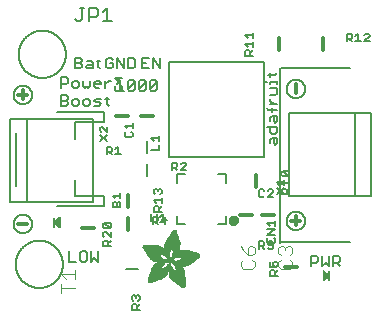
<source format=gbr>
G04 EAGLE Gerber RS-274X export*
G75*
%MOMM*%
%FSLAX34Y34*%
%LPD*%
%INSilkscreen Top*%
%IPPOS*%
%AMOC8*
5,1,8,0,0,1.08239X$1,22.5*%
G01*
%ADD10C,0.127000*%
%ADD11C,0.406400*%
%ADD12C,0.152400*%
%ADD13C,0.203200*%
%ADD14C,0.304800*%
%ADD15R,0.190500X0.889000*%
%ADD16C,0.101600*%
%ADD17R,0.068600X0.007600*%
%ADD18R,0.114300X0.007600*%
%ADD19R,0.152400X0.007700*%
%ADD20R,0.182900X0.007600*%
%ADD21R,0.205700X0.007600*%
%ADD22R,0.228600X0.007600*%
%ADD23R,0.259100X0.007600*%
%ADD24R,0.274300X0.007700*%
%ADD25R,0.289500X0.007600*%
%ADD26R,0.304800X0.007600*%
%ADD27R,0.320100X0.007600*%
%ADD28R,0.342900X0.007600*%
%ADD29R,0.350500X0.007700*%
%ADD30R,0.365800X0.007600*%
%ADD31R,0.381000X0.007600*%
%ADD32R,0.388600X0.007600*%
%ADD33R,0.403800X0.007600*%
%ADD34R,0.419100X0.007700*%
%ADD35R,0.426700X0.007600*%
%ADD36R,0.441900X0.007600*%
%ADD37R,0.449600X0.007600*%
%ADD38R,0.464800X0.007600*%
%ADD39R,0.480000X0.007700*%
%ADD40R,0.487600X0.007600*%
%ADD41R,0.495300X0.007600*%
%ADD42R,0.510500X0.007600*%
%ADD43R,0.518100X0.007600*%
%ADD44R,0.525700X0.007700*%
%ADD45R,0.541000X0.007600*%
%ADD46R,0.548600X0.007600*%
%ADD47R,0.563800X0.007600*%
%ADD48R,0.571500X0.007600*%
%ADD49R,0.579100X0.007700*%
%ADD50R,0.594300X0.007600*%
%ADD51R,0.601900X0.007600*%
%ADD52R,0.609600X0.007600*%
%ADD53R,0.624800X0.007600*%
%ADD54R,0.632400X0.007700*%
%ADD55R,0.640000X0.007600*%
%ADD56R,0.655300X0.007600*%
%ADD57R,0.662900X0.007600*%
%ADD58R,0.678100X0.007600*%
%ADD59R,0.685800X0.007700*%
%ADD60R,0.693400X0.007600*%
%ADD61R,0.708600X0.007600*%
%ADD62R,0.716200X0.007600*%
%ADD63R,0.723900X0.007600*%
%ADD64R,0.739100X0.007700*%
%ADD65R,0.746700X0.007600*%
%ADD66R,0.754300X0.007600*%
%ADD67R,0.769600X0.007600*%
%ADD68R,0.777200X0.007600*%
%ADD69R,0.792400X0.007700*%
%ADD70R,0.800100X0.007600*%
%ADD71R,0.807700X0.007600*%
%ADD72R,0.822900X0.007600*%
%ADD73R,0.830500X0.007600*%
%ADD74R,0.838200X0.007700*%
%ADD75R,0.091500X0.007600*%
%ADD76R,0.853400X0.007600*%
%ADD77R,0.144700X0.007600*%
%ADD78R,0.861000X0.007600*%
%ADD79R,0.190500X0.007600*%
%ADD80R,0.876300X0.007600*%
%ADD81R,0.221000X0.007600*%
%ADD82R,0.883900X0.007600*%
%ADD83R,0.259000X0.007700*%
%ADD84R,0.891500X0.007700*%
%ADD85R,0.289600X0.007600*%
%ADD86R,0.906700X0.007600*%
%ADD87R,0.914400X0.007600*%
%ADD88R,0.350500X0.007600*%
%ADD89R,0.922000X0.007600*%
%ADD90R,0.937200X0.007600*%
%ADD91R,0.411400X0.007700*%
%ADD92R,0.944800X0.007700*%
%ADD93R,0.434300X0.007600*%
%ADD94R,0.952500X0.007600*%
%ADD95R,0.464900X0.007600*%
%ADD96R,0.967700X0.007600*%
%ADD97R,0.975300X0.007600*%
%ADD98R,0.518200X0.007600*%
%ADD99R,0.990600X0.007600*%
%ADD100R,0.548600X0.007700*%
%ADD101R,0.998200X0.007700*%
%ADD102R,1.005800X0.007600*%
%ADD103R,0.594400X0.007600*%
%ADD104R,1.021000X0.007600*%
%ADD105R,0.617200X0.007600*%
%ADD106R,1.028700X0.007600*%
%ADD107R,0.647700X0.007600*%
%ADD108R,1.036300X0.007600*%
%ADD109R,0.670500X0.007700*%
%ADD110R,1.051500X0.007700*%
%ADD111R,1.059100X0.007600*%
%ADD112R,0.716300X0.007600*%
%ADD113R,1.066800X0.007600*%
%ADD114R,0.739100X0.007600*%
%ADD115R,1.074400X0.007600*%
%ADD116R,0.762000X0.007600*%
%ADD117R,1.089600X0.007600*%
%ADD118R,0.784800X0.007700*%
%ADD119R,1.097200X0.007700*%
%ADD120R,1.104900X0.007600*%
%ADD121R,0.830600X0.007600*%
%ADD122R,1.112500X0.007600*%
%ADD123R,0.845800X0.007600*%
%ADD124R,1.120100X0.007600*%
%ADD125R,0.868700X0.007600*%
%ADD126R,1.127700X0.007600*%
%ADD127R,1.135300X0.007700*%
%ADD128R,1.143000X0.007600*%
%ADD129R,0.944900X0.007600*%
%ADD130R,1.150600X0.007600*%
%ADD131R,0.960100X0.007600*%
%ADD132R,1.158200X0.007600*%
%ADD133R,0.983000X0.007600*%
%ADD134R,1.165800X0.007600*%
%ADD135R,1.005900X0.007700*%
%ADD136R,1.173400X0.007700*%
%ADD137R,1.021100X0.007600*%
%ADD138R,1.181100X0.007600*%
%ADD139R,1.044000X0.007600*%
%ADD140R,1.188700X0.007600*%
%ADD141R,1.196300X0.007600*%
%ADD142R,1.082000X0.007600*%
%ADD143R,1.203900X0.007600*%
%ADD144R,1.104900X0.007700*%
%ADD145R,1.211500X0.007700*%
%ADD146R,1.211500X0.007600*%
%ADD147R,1.219200X0.007600*%
%ADD148R,1.226800X0.007600*%
%ADD149R,1.234400X0.007600*%
%ADD150R,1.188700X0.007700*%
%ADD151R,1.242000X0.007700*%
%ADD152R,1.242000X0.007600*%
%ADD153R,1.211600X0.007600*%
%ADD154R,1.249600X0.007600*%
%ADD155R,1.257300X0.007600*%
%ADD156R,1.264900X0.007600*%
%ADD157R,1.242100X0.007700*%
%ADD158R,1.264900X0.007700*%
%ADD159R,1.272500X0.007600*%
%ADD160R,1.265000X0.007600*%
%ADD161R,1.280100X0.007600*%
%ADD162R,1.272600X0.007600*%
%ADD163R,1.287700X0.007600*%
%ADD164R,1.287800X0.007600*%
%ADD165R,1.295400X0.007700*%
%ADD166R,1.303000X0.007600*%
%ADD167R,1.318200X0.007600*%
%ADD168R,1.310600X0.007600*%
%ADD169R,1.325900X0.007600*%
%ADD170R,1.341100X0.007700*%
%ADD171R,1.318200X0.007700*%
%ADD172R,1.341100X0.007600*%
%ADD173R,1.325800X0.007600*%
%ADD174R,1.348700X0.007600*%
%ADD175R,1.364000X0.007600*%
%ADD176R,1.333500X0.007600*%
%ADD177R,1.371600X0.007700*%
%ADD178R,1.379200X0.007600*%
%ADD179R,1.379300X0.007600*%
%ADD180R,1.386900X0.007600*%
%ADD181R,1.394500X0.007600*%
%ADD182R,1.356300X0.007600*%
%ADD183R,1.394400X0.007700*%
%ADD184R,1.356300X0.007700*%
%ADD185R,1.402000X0.007600*%
%ADD186R,1.409700X0.007600*%
%ADD187R,1.363900X0.007600*%
%ADD188R,1.417300X0.007600*%
%ADD189R,1.371600X0.007600*%
%ADD190R,1.424900X0.007700*%
%ADD191R,1.424900X0.007600*%
%ADD192R,1.432600X0.007600*%
%ADD193R,1.440200X0.007600*%
%ADD194R,1.386800X0.007600*%
%ADD195R,1.447800X0.007700*%
%ADD196R,1.386800X0.007700*%
%ADD197R,1.447800X0.007600*%
%ADD198R,1.455500X0.007600*%
%ADD199R,1.394400X0.007600*%
%ADD200R,1.463100X0.007600*%
%ADD201R,1.455400X0.007700*%
%ADD202R,1.463000X0.007600*%
%ADD203R,1.470600X0.007600*%
%ADD204R,1.470600X0.007700*%
%ADD205R,1.409700X0.007700*%
%ADD206R,1.470700X0.007600*%
%ADD207R,1.402100X0.007600*%
%ADD208R,1.478300X0.007600*%
%ADD209R,1.478300X0.007700*%
%ADD210R,1.402100X0.007700*%
%ADD211R,1.485900X0.007600*%
%ADD212R,1.485900X0.007700*%
%ADD213R,1.493500X0.007700*%
%ADD214R,1.493500X0.007600*%
%ADD215R,1.394500X0.007700*%
%ADD216R,1.493600X0.007700*%
%ADD217R,1.386900X0.007700*%
%ADD218R,1.379200X0.007700*%
%ADD219R,2.857500X0.007700*%
%ADD220R,2.857500X0.007600*%
%ADD221R,2.849900X0.007600*%
%ADD222R,2.842300X0.007600*%
%ADD223R,2.834700X0.007700*%
%ADD224R,2.827000X0.007600*%
%ADD225R,2.819400X0.007600*%
%ADD226R,2.811800X0.007600*%
%ADD227R,2.811800X0.007700*%
%ADD228R,2.804100X0.007600*%
%ADD229R,2.796500X0.007600*%
%ADD230R,1.966000X0.007600*%
%ADD231R,1.943100X0.007600*%
%ADD232R,0.754400X0.007600*%
%ADD233R,1.927900X0.007700*%
%ADD234R,0.746700X0.007700*%
%ADD235R,1.912600X0.007600*%
%ADD236R,0.731500X0.007600*%
%ADD237R,1.905000X0.007600*%
%ADD238R,1.882200X0.007600*%
%ADD239R,1.874600X0.007600*%
%ADD240R,1.866900X0.007700*%
%ADD241R,0.708700X0.007700*%
%ADD242R,1.851600X0.007600*%
%ADD243R,0.701100X0.007600*%
%ADD244R,1.844000X0.007600*%
%ADD245R,1.836400X0.007600*%
%ADD246R,1.821200X0.007600*%
%ADD247R,0.685800X0.007600*%
%ADD248R,1.813500X0.007700*%
%ADD249R,1.805900X0.007600*%
%ADD250R,0.678200X0.007600*%
%ADD251R,1.790700X0.007600*%
%ADD252R,0.670600X0.007600*%
%ADD253R,1.775500X0.007600*%
%ADD254R,1.767900X0.007700*%
%ADD255R,0.663000X0.007700*%
%ADD256R,1.760200X0.007600*%
%ADD257R,1.752600X0.007600*%
%ADD258R,0.937300X0.007600*%
%ADD259R,0.792500X0.007600*%
%ADD260R,0.899100X0.007600*%
%ADD261R,0.883900X0.007700*%
%ADD262R,0.716300X0.007700*%
%ADD263R,0.647700X0.007700*%
%ADD264R,0.640100X0.007600*%
%ADD265R,0.632500X0.007600*%
%ADD266R,0.655400X0.007600*%
%ADD267R,0.632400X0.007600*%
%ADD268R,0.845800X0.007700*%
%ADD269R,0.617200X0.007700*%
%ADD270R,0.624800X0.007700*%
%ADD271R,0.602000X0.007600*%
%ADD272R,0.838200X0.007600*%
%ADD273R,0.586700X0.007600*%
%ADD274R,0.548700X0.007600*%
%ADD275R,0.830500X0.007700*%
%ADD276R,0.541000X0.007700*%
%ADD277R,0.594300X0.007700*%
%ADD278R,0.525800X0.007600*%
%ADD279R,0.586800X0.007600*%
%ADD280R,0.815300X0.007600*%
%ADD281R,0.579200X0.007600*%
%ADD282R,0.815400X0.007600*%
%ADD283R,0.815400X0.007700*%
%ADD284R,0.571500X0.007700*%
%ADD285R,0.807800X0.007600*%
%ADD286R,0.563900X0.007600*%
%ADD287R,0.457200X0.007600*%
%ADD288R,0.442000X0.007600*%
%ADD289R,0.556300X0.007600*%
%ADD290R,0.807700X0.007700*%
%ADD291R,0.411500X0.007600*%
%ADD292R,0.533400X0.007600*%
%ADD293R,0.076200X0.007600*%
%ADD294R,0.403900X0.007600*%
%ADD295R,0.525700X0.007600*%
%ADD296R,0.388700X0.007600*%
%ADD297R,0.297200X0.007600*%
%ADD298R,0.373400X0.007700*%
%ADD299R,0.503000X0.007700*%
%ADD300R,0.426800X0.007700*%
%ADD301R,0.358100X0.007600*%
%ADD302R,0.502900X0.007600*%
%ADD303R,0.472400X0.007600*%
%ADD304R,0.487700X0.007600*%
%ADD305R,0.335300X0.007600*%
%ADD306R,0.792500X0.007700*%
%ADD307R,0.327600X0.007700*%
%ADD308R,0.472400X0.007700*%
%ADD309R,0.640000X0.007700*%
%ADD310R,0.784800X0.007600*%
%ADD311R,0.320000X0.007600*%
%ADD312R,0.792400X0.007600*%
%ADD313R,1.173400X0.007600*%
%ADD314R,1.196400X0.007600*%
%ADD315R,0.784900X0.007600*%
%ADD316R,0.784900X0.007700*%
%ADD317R,0.297200X0.007700*%
%ADD318R,1.249700X0.007600*%
%ADD319R,0.281900X0.007600*%
%ADD320R,1.295400X0.007600*%
%ADD321R,0.266700X0.007600*%
%ADD322R,0.777300X0.007700*%
%ADD323R,0.266700X0.007700*%
%ADD324R,1.333500X0.007700*%
%ADD325R,0.777300X0.007600*%
%ADD326R,1.348800X0.007600*%
%ADD327R,0.251500X0.007600*%
%ADD328R,0.243900X0.007700*%
%ADD329R,0.243900X0.007600*%
%ADD330R,1.440100X0.007600*%
%ADD331R,0.236200X0.007600*%
%ADD332R,0.762000X0.007700*%
%ADD333R,0.236200X0.007700*%
%ADD334R,1.508700X0.007700*%
%ADD335R,1.531600X0.007600*%
%ADD336R,1.546900X0.007600*%
%ADD337R,1.569700X0.007600*%
%ADD338R,1.585000X0.007600*%
%ADD339R,0.746800X0.007700*%
%ADD340R,1.607800X0.007700*%
%ADD341R,0.243800X0.007600*%
%ADD342R,1.630700X0.007600*%
%ADD343R,1.653500X0.007600*%
%ADD344R,0.739200X0.007600*%
%ADD345R,1.684000X0.007600*%
%ADD346R,2.019300X0.007600*%
%ADD347R,0.731500X0.007700*%
%ADD348R,2.026900X0.007700*%
%ADD349R,2.049800X0.007600*%
%ADD350R,2.057400X0.007600*%
%ADD351R,0.708700X0.007600*%
%ADD352R,2.072600X0.007600*%
%ADD353R,0.701000X0.007600*%
%ADD354R,2.095500X0.007600*%
%ADD355R,0.693500X0.007700*%
%ADD356R,2.110800X0.007700*%
%ADD357R,2.141200X0.007600*%
%ADD358R,0.060900X0.007600*%
%ADD359R,2.872700X0.007600*%
%ADD360R,3.124200X0.007600*%
%ADD361R,3.177600X0.007600*%
%ADD362R,3.215600X0.007700*%
%ADD363R,3.253700X0.007600*%
%ADD364R,3.284300X0.007600*%
%ADD365R,3.314700X0.007600*%
%ADD366R,3.352800X0.007600*%
%ADD367R,3.375600X0.007700*%
%ADD368R,3.406200X0.007600*%
%ADD369R,3.429000X0.007600*%
%ADD370R,3.451800X0.007600*%
%ADD371R,3.482400X0.007600*%
%ADD372R,1.828800X0.007700*%
%ADD373R,1.539300X0.007700*%
%ADD374R,1.767900X0.007600*%
%ADD375R,1.767800X0.007600*%
%ADD376R,1.760200X0.007700*%
%ADD377R,1.760300X0.007600*%
%ADD378R,1.775400X0.007700*%
%ADD379R,1.379300X0.007700*%
%ADD380R,1.783000X0.007600*%
%ADD381R,1.813500X0.007600*%
%ADD382R,1.821100X0.007700*%
%ADD383R,0.503000X0.007600*%
%ADD384R,1.135400X0.007600*%
%ADD385R,1.127700X0.007700*%
%ADD386R,0.487700X0.007700*%
%ADD387R,1.120200X0.007600*%
%ADD388R,1.097300X0.007600*%
%ADD389R,0.510600X0.007600*%
%ADD390R,1.074400X0.007700*%
%ADD391R,0.525800X0.007700*%
%ADD392R,1.440200X0.007700*%
%ADD393R,1.059200X0.007600*%
%ADD394R,1.051600X0.007600*%
%ADD395R,1.051500X0.007600*%
%ADD396R,1.043900X0.007700*%
%ADD397R,0.602000X0.007700*%
%ADD398R,1.524000X0.007600*%
%ADD399R,1.539300X0.007600*%
%ADD400R,1.592600X0.007600*%
%ADD401R,1.021100X0.007700*%
%ADD402R,1.615400X0.007700*%
%ADD403R,1.013400X0.007600*%
%ADD404R,1.653600X0.007600*%
%ADD405R,1.013500X0.007600*%
%ADD406R,1.699300X0.007600*%
%ADD407R,2.743200X0.007600*%
%ADD408R,1.005900X0.007600*%
%ADD409R,2.415500X0.007600*%
%ADD410R,1.005800X0.007700*%
%ADD411R,0.281900X0.007700*%
%ADD412R,2.408000X0.007700*%
%ADD413R,2.407900X0.007600*%
%ADD414R,0.998200X0.007600*%
%ADD415R,0.282000X0.007600*%
%ADD416R,0.998300X0.007600*%
%ADD417R,2.400300X0.007600*%
%ADD418R,0.289500X0.007700*%
%ADD419R,2.400300X0.007700*%
%ADD420R,0.297100X0.007600*%
%ADD421R,0.312400X0.007600*%
%ADD422R,2.392700X0.007600*%
%ADD423R,0.990600X0.007700*%
%ADD424R,0.327700X0.007700*%
%ADD425R,2.392700X0.007700*%
%ADD426R,2.385100X0.007600*%
%ADD427R,0.381000X0.007700*%
%ADD428R,2.377400X0.007700*%
%ADD429R,2.377400X0.007600*%
%ADD430R,2.369800X0.007600*%
%ADD431R,0.419100X0.007600*%
%ADD432R,2.362200X0.007600*%
%ADD433R,0.426800X0.007600*%
%ADD434R,1.036300X0.007700*%
%ADD435R,0.442000X0.007700*%
%ADD436R,2.354600X0.007700*%
%ADD437R,2.354600X0.007600*%
%ADD438R,0.480100X0.007600*%
%ADD439R,2.347000X0.007600*%
%ADD440R,1.074500X0.007600*%
%ADD441R,2.339400X0.007600*%
%ADD442R,1.082100X0.007700*%
%ADD443R,0.548700X0.007700*%
%ADD444R,2.331800X0.007700*%
%ADD445R,2.331800X0.007600*%
%ADD446R,0.624900X0.007600*%
%ADD447R,2.324100X0.007600*%
%ADD448R,1.859300X0.007600*%
%ADD449R,2.308800X0.007600*%
%ADD450R,2.301200X0.007700*%
%ADD451R,2.301200X0.007600*%
%ADD452R,2.293600X0.007600*%
%ADD453R,2.278400X0.007600*%
%ADD454R,1.889800X0.007600*%
%ADD455R,2.270700X0.007600*%
%ADD456R,1.897400X0.007700*%
%ADD457R,2.255500X0.007700*%
%ADD458R,1.897400X0.007600*%
%ADD459R,2.247900X0.007600*%
%ADD460R,2.232600X0.007600*%
%ADD461R,1.912700X0.007600*%
%ADD462R,2.209800X0.007600*%
%ADD463R,1.920300X0.007600*%
%ADD464R,2.186900X0.007600*%
%ADD465R,1.920300X0.007700*%
%ADD466R,2.171700X0.007700*%
%ADD467R,1.935500X0.007600*%
%ADD468R,2.148800X0.007600*%
%ADD469R,2.126000X0.007600*%
%ADD470R,1.950700X0.007600*%
%ADD471R,1.958400X0.007700*%
%ADD472R,2.042200X0.007700*%
%ADD473R,1.973600X0.007600*%
%ADD474R,1.996500X0.007600*%
%ADD475R,1.981200X0.007600*%
%ADD476R,1.988800X0.007600*%
%ADD477R,1.996400X0.007700*%
%ADD478R,1.996400X0.007600*%
%ADD479R,2.004100X0.007600*%
%ADD480R,1.874500X0.007600*%
%ADD481R,1.425000X0.007600*%
%ADD482R,2.026900X0.007600*%
%ADD483R,0.434400X0.007700*%
%ADD484R,1.364000X0.007700*%
%ADD485R,2.034500X0.007600*%
%ADD486R,0.434400X0.007600*%
%ADD487R,2.049700X0.007600*%
%ADD488R,2.065000X0.007700*%
%ADD489R,0.464800X0.007700*%
%ADD490R,1.196300X0.007700*%
%ADD491R,2.080300X0.007600*%
%ADD492R,1.158300X0.007600*%
%ADD493R,2.087900X0.007600*%
%ADD494R,0.472500X0.007600*%
%ADD495R,2.103100X0.007600*%
%ADD496R,2.118400X0.007600*%
%ADD497R,2.133600X0.007600*%
%ADD498R,2.148800X0.007700*%
%ADD499R,2.164000X0.007600*%
%ADD500R,2.171700X0.007600*%
%ADD501R,2.187000X0.007600*%
%ADD502R,0.556200X0.007600*%
%ADD503R,2.202200X0.007700*%
%ADD504R,0.556200X0.007700*%
%ADD505R,0.640100X0.007700*%
%ADD506R,0.579100X0.007600*%
%ADD507R,0.480000X0.007600*%
%ADD508R,1.752600X0.007700*%
%ADD509R,0.487600X0.007700*%
%ADD510R,0.594400X0.007700*%
%ADD511R,0.358100X0.007700*%
%ADD512R,0.099000X0.007600*%
%ADD513R,1.280200X0.007600*%
%ADD514R,1.745000X0.007600*%
%ADD515R,1.744900X0.007600*%
%ADD516R,1.737300X0.007700*%
%ADD517R,1.737400X0.007600*%
%ADD518R,1.729800X0.007600*%
%ADD519R,1.722200X0.007600*%
%ADD520R,1.722100X0.007600*%
%ADD521R,1.714500X0.007700*%
%ADD522R,1.356400X0.007700*%
%ADD523R,1.706900X0.007600*%
%ADD524R,1.356400X0.007600*%
%ADD525R,1.691700X0.007600*%
%ADD526R,1.668800X0.007700*%
%ADD527R,1.645900X0.007600*%
%ADD528R,1.623100X0.007600*%
%ADD529R,1.577400X0.007600*%
%ADD530R,1.554400X0.007600*%
%ADD531R,1.539200X0.007600*%
%ADD532R,1.524000X0.007700*%
%ADD533R,1.501100X0.007600*%
%ADD534R,1.455400X0.007600*%
%ADD535R,1.348800X0.007700*%
%ADD536R,1.318300X0.007600*%
%ADD537R,1.310600X0.007700*%
%ADD538R,1.287800X0.007700*%
%ADD539R,1.234500X0.007600*%
%ADD540R,1.226900X0.007600*%
%ADD541R,1.173500X0.007700*%
%ADD542R,1.173500X0.007600*%
%ADD543R,1.165900X0.007600*%
%ADD544R,1.143000X0.007700*%
%ADD545R,1.127800X0.007600*%
%ADD546R,1.097200X0.007600*%
%ADD547R,1.028700X0.007700*%
%ADD548R,0.982900X0.007600*%
%ADD549R,0.952500X0.007700*%
%ADD550R,0.929600X0.007600*%
%ADD551R,0.906800X0.007700*%
%ADD552R,0.906800X0.007600*%
%ADD553R,0.899200X0.007600*%
%ADD554R,0.884000X0.007600*%
%ADD555R,0.876300X0.007700*%
%ADD556R,0.830600X0.007700*%
%ADD557R,0.754400X0.007700*%
%ADD558R,0.746800X0.007600*%
%ADD559R,0.708600X0.007700*%
%ADD560R,0.678200X0.007700*%
%ADD561R,0.663000X0.007600*%
%ADD562R,0.632500X0.007700*%
%ADD563R,0.556300X0.007700*%
%ADD564R,0.518200X0.007700*%
%ADD565R,0.434300X0.007700*%
%ADD566R,0.396300X0.007700*%
%ADD567R,0.373300X0.007600*%
%ADD568R,0.365700X0.007600*%
%ADD569R,0.327700X0.007600*%
%ADD570R,0.304800X0.007700*%
%ADD571R,0.274300X0.007600*%
%ADD572R,0.243800X0.007700*%
%ADD573R,0.205800X0.007600*%
%ADD574R,0.152400X0.007600*%
%ADD575R,0.121900X0.007700*%

G36*
X266167Y10994D02*
X266167Y10994D01*
X266185Y10992D01*
X266287Y11020D01*
X266390Y11042D01*
X266405Y11051D01*
X266422Y11056D01*
X266567Y11141D01*
X271647Y14951D01*
X271650Y14954D01*
X271654Y14956D01*
X271735Y15043D01*
X271817Y15128D01*
X271819Y15132D01*
X271822Y15135D01*
X271872Y15244D01*
X271922Y15351D01*
X271922Y15355D01*
X271924Y15359D01*
X271937Y15477D01*
X271950Y15595D01*
X271950Y15599D01*
X271950Y15604D01*
X271924Y15720D01*
X271900Y15836D01*
X271897Y15840D01*
X271896Y15844D01*
X271835Y15946D01*
X271775Y16048D01*
X271771Y16051D01*
X271769Y16054D01*
X271647Y16169D01*
X266567Y19979D01*
X266551Y19987D01*
X266538Y20000D01*
X266523Y20007D01*
X266515Y20013D01*
X266465Y20033D01*
X266442Y20044D01*
X266349Y20093D01*
X266331Y20096D01*
X266315Y20103D01*
X266210Y20115D01*
X266106Y20131D01*
X266088Y20128D01*
X266071Y20130D01*
X265968Y20108D01*
X265863Y20090D01*
X265848Y20082D01*
X265830Y20078D01*
X265740Y20024D01*
X265647Y19974D01*
X265634Y19961D01*
X265619Y19952D01*
X265550Y19872D01*
X265478Y19795D01*
X265471Y19778D01*
X265459Y19765D01*
X265420Y19667D01*
X265376Y19571D01*
X265374Y19553D01*
X265367Y19537D01*
X265349Y19370D01*
X265349Y11750D01*
X265352Y11732D01*
X265350Y11715D01*
X265371Y11611D01*
X265389Y11507D01*
X265397Y11492D01*
X265401Y11474D01*
X265454Y11383D01*
X265504Y11290D01*
X265516Y11278D01*
X265526Y11262D01*
X265605Y11193D01*
X265682Y11121D01*
X265698Y11113D01*
X265712Y11101D01*
X265809Y11061D01*
X265905Y11017D01*
X265923Y11015D01*
X265939Y11008D01*
X266045Y11001D01*
X266149Y10990D01*
X266167Y10994D01*
G37*
G36*
X42872Y56072D02*
X42872Y56072D01*
X42889Y56070D01*
X42992Y56092D01*
X43097Y56110D01*
X43112Y56118D01*
X43130Y56122D01*
X43220Y56176D01*
X43314Y56226D01*
X43326Y56239D01*
X43341Y56248D01*
X43410Y56328D01*
X43482Y56405D01*
X43489Y56422D01*
X43501Y56435D01*
X43540Y56533D01*
X43584Y56629D01*
X43586Y56647D01*
X43593Y56663D01*
X43611Y56830D01*
X43611Y64450D01*
X43609Y64467D01*
X43610Y64482D01*
X43610Y64485D01*
X43589Y64589D01*
X43572Y64693D01*
X43563Y64708D01*
X43560Y64726D01*
X43506Y64817D01*
X43456Y64910D01*
X43444Y64922D01*
X43435Y64938D01*
X43355Y65007D01*
X43278Y65080D01*
X43262Y65087D01*
X43248Y65099D01*
X43151Y65139D01*
X43055Y65183D01*
X43037Y65185D01*
X43021Y65192D01*
X42915Y65199D01*
X42811Y65210D01*
X42793Y65206D01*
X42775Y65208D01*
X42673Y65180D01*
X42600Y65164D01*
X42597Y65164D01*
X42570Y65158D01*
X42555Y65149D01*
X42538Y65144D01*
X42393Y65059D01*
X37313Y61249D01*
X37310Y61246D01*
X37307Y61244D01*
X37225Y61157D01*
X37143Y61072D01*
X37141Y61068D01*
X37138Y61065D01*
X37088Y60956D01*
X37038Y60849D01*
X37038Y60845D01*
X37036Y60841D01*
X37023Y60723D01*
X37010Y60605D01*
X37010Y60601D01*
X37010Y60596D01*
X37036Y60480D01*
X37061Y60364D01*
X37063Y60360D01*
X37064Y60356D01*
X37125Y60254D01*
X37186Y60152D01*
X37189Y60149D01*
X37191Y60146D01*
X37313Y60031D01*
X42393Y56221D01*
X42409Y56213D01*
X42422Y56201D01*
X42518Y56156D01*
X42611Y56107D01*
X42629Y56104D01*
X42645Y56097D01*
X42750Y56085D01*
X42854Y56069D01*
X42872Y56072D01*
G37*
D10*
X50432Y36573D02*
X50432Y27675D01*
X56364Y27675D01*
X61270Y36573D02*
X64236Y36573D01*
X61270Y36573D02*
X59787Y35090D01*
X59787Y29158D01*
X61270Y27675D01*
X64236Y27675D01*
X65719Y29158D01*
X65719Y35090D01*
X64236Y36573D01*
X69143Y36573D02*
X69143Y27675D01*
X72108Y30641D01*
X75074Y27675D01*
X75074Y36573D01*
X255522Y32763D02*
X255522Y23865D01*
X255522Y32763D02*
X259971Y32763D01*
X261454Y31280D01*
X261454Y28314D01*
X259971Y26831D01*
X255522Y26831D01*
X264877Y23865D02*
X264877Y32763D01*
X267843Y26831D02*
X264877Y23865D01*
X267843Y26831D02*
X270809Y23865D01*
X270809Y32763D01*
X274233Y32763D02*
X274233Y23865D01*
X274233Y32763D02*
X278681Y32763D01*
X280164Y31280D01*
X280164Y28314D01*
X278681Y26831D01*
X274233Y26831D01*
X277198Y26831D02*
X280164Y23865D01*
X55245Y191135D02*
X55245Y200033D01*
X59694Y200033D01*
X61177Y198550D01*
X61177Y197067D01*
X59694Y195584D01*
X61177Y194101D01*
X61177Y192618D01*
X59694Y191135D01*
X55245Y191135D01*
X55245Y195584D02*
X59694Y195584D01*
X66083Y197067D02*
X69049Y197067D01*
X70532Y195584D01*
X70532Y191135D01*
X66083Y191135D01*
X64600Y192618D01*
X66083Y194101D01*
X70532Y194101D01*
X75438Y192618D02*
X75438Y198550D01*
X75438Y192618D02*
X76921Y191135D01*
X76921Y197067D02*
X73955Y197067D01*
X86364Y200033D02*
X87847Y198550D01*
X86364Y200033D02*
X83398Y200033D01*
X81915Y198550D01*
X81915Y192618D01*
X83398Y191135D01*
X86364Y191135D01*
X87847Y192618D01*
X87847Y195584D01*
X84881Y195584D01*
X91270Y191135D02*
X91270Y200033D01*
X97202Y191135D01*
X97202Y200033D01*
X100625Y200033D02*
X100625Y191135D01*
X105074Y191135D01*
X106557Y192618D01*
X106557Y198550D01*
X105074Y200033D01*
X100625Y200033D01*
X112395Y200033D02*
X118327Y200033D01*
X112395Y200033D02*
X112395Y191135D01*
X118327Y191135D01*
X115361Y195584D02*
X112395Y195584D01*
X121750Y191135D02*
X121750Y200033D01*
X127682Y191135D01*
X127682Y200033D01*
X43815Y183523D02*
X43815Y174625D01*
X43815Y183523D02*
X48264Y183523D01*
X49747Y182040D01*
X49747Y179074D01*
X48264Y177591D01*
X43815Y177591D01*
X54653Y174625D02*
X57619Y174625D01*
X59102Y176108D01*
X59102Y179074D01*
X57619Y180557D01*
X54653Y180557D01*
X53170Y179074D01*
X53170Y176108D01*
X54653Y174625D01*
X62525Y176108D02*
X62525Y180557D01*
X62525Y176108D02*
X64008Y174625D01*
X65491Y176108D01*
X66974Y174625D01*
X68457Y176108D01*
X68457Y180557D01*
X73363Y174625D02*
X76329Y174625D01*
X73363Y174625D02*
X71881Y176108D01*
X71881Y179074D01*
X73363Y180557D01*
X76329Y180557D01*
X77812Y179074D01*
X77812Y177591D01*
X71881Y177591D01*
X81236Y174625D02*
X81236Y180557D01*
X81236Y177591D02*
X84202Y180557D01*
X85685Y180557D01*
X43815Y168283D02*
X43815Y159385D01*
X43815Y168283D02*
X48264Y168283D01*
X49747Y166800D01*
X49747Y165317D01*
X48264Y163834D01*
X49747Y162351D01*
X49747Y160868D01*
X48264Y159385D01*
X43815Y159385D01*
X43815Y163834D02*
X48264Y163834D01*
X54653Y159385D02*
X57619Y159385D01*
X59102Y160868D01*
X59102Y163834D01*
X57619Y165317D01*
X54653Y165317D01*
X53170Y163834D01*
X53170Y160868D01*
X54653Y159385D01*
X64008Y159385D02*
X66974Y159385D01*
X68457Y160868D01*
X68457Y163834D01*
X66974Y165317D01*
X64008Y165317D01*
X62525Y163834D01*
X62525Y160868D01*
X64008Y159385D01*
X71881Y159385D02*
X76329Y159385D01*
X77812Y160868D01*
X76329Y162351D01*
X73363Y162351D01*
X71881Y163834D01*
X73363Y165317D01*
X77812Y165317D01*
X82719Y166800D02*
X82719Y160868D01*
X84202Y159385D01*
X84202Y165317D02*
X81236Y165317D01*
X220763Y130814D02*
X220763Y127848D01*
X220763Y130814D02*
X222246Y132297D01*
X226695Y132297D01*
X226695Y127848D01*
X225212Y126365D01*
X223729Y127848D01*
X223729Y132297D01*
X226695Y141652D02*
X217797Y141652D01*
X226695Y141652D02*
X226695Y137203D01*
X225212Y135720D01*
X222246Y135720D01*
X220763Y137203D01*
X220763Y141652D01*
X220763Y146558D02*
X220763Y149524D01*
X222246Y151007D01*
X226695Y151007D01*
X226695Y146558D01*
X225212Y145075D01*
X223729Y146558D01*
X223729Y151007D01*
X226695Y155913D02*
X219280Y155913D01*
X217797Y157396D01*
X222246Y157396D02*
X222246Y154431D01*
X220763Y160667D02*
X226695Y160667D01*
X223729Y160667D02*
X220763Y163633D01*
X220763Y165116D01*
X220763Y168463D02*
X225212Y168463D01*
X226695Y169946D01*
X226695Y174395D01*
X220763Y174395D01*
X220763Y177819D02*
X220763Y179301D01*
X226695Y179301D01*
X226695Y177819D02*
X226695Y180784D01*
X217797Y179301D02*
X216314Y179301D01*
X219280Y185538D02*
X225212Y185538D01*
X226695Y187021D01*
X220763Y187021D02*
X220763Y184055D01*
X93771Y180983D02*
X90805Y178017D01*
X93771Y180983D02*
X93771Y172085D01*
X90805Y172085D02*
X96737Y172085D01*
X100160Y173568D02*
X100160Y179500D01*
X101643Y180983D01*
X104609Y180983D01*
X106092Y179500D01*
X106092Y173568D01*
X104609Y172085D01*
X101643Y172085D01*
X100160Y173568D01*
X106092Y179500D01*
X109515Y179500D02*
X109515Y173568D01*
X109515Y179500D02*
X110998Y180983D01*
X113964Y180983D01*
X115447Y179500D01*
X115447Y173568D01*
X113964Y172085D01*
X110998Y172085D01*
X109515Y173568D01*
X115447Y179500D01*
X118871Y179500D02*
X118871Y173568D01*
X118871Y179500D02*
X120353Y180983D01*
X123319Y180983D01*
X124802Y179500D01*
X124802Y173568D01*
X123319Y172085D01*
X120353Y172085D01*
X118871Y173568D01*
X124802Y179500D01*
X176700Y59470D02*
X183700Y59470D01*
X183700Y66470D01*
X148700Y59470D02*
X141700Y59470D01*
X141700Y66470D01*
X183700Y94470D02*
X183700Y101470D01*
X176700Y101470D01*
X141700Y101470D02*
X141700Y94470D01*
X141700Y101470D02*
X148700Y101470D01*
D11*
X187700Y62470D02*
X187702Y62559D01*
X187708Y62648D01*
X187718Y62737D01*
X187732Y62825D01*
X187749Y62912D01*
X187771Y62998D01*
X187797Y63084D01*
X187826Y63168D01*
X187859Y63251D01*
X187895Y63332D01*
X187936Y63412D01*
X187979Y63489D01*
X188026Y63565D01*
X188077Y63638D01*
X188130Y63709D01*
X188187Y63778D01*
X188247Y63844D01*
X188310Y63908D01*
X188375Y63968D01*
X188443Y64026D01*
X188514Y64080D01*
X188587Y64131D01*
X188662Y64179D01*
X188739Y64224D01*
X188818Y64265D01*
X188899Y64302D01*
X188981Y64336D01*
X189065Y64367D01*
X189150Y64393D01*
X189236Y64416D01*
X189323Y64434D01*
X189411Y64449D01*
X189500Y64460D01*
X189589Y64467D01*
X189678Y64470D01*
X189767Y64469D01*
X189856Y64464D01*
X189944Y64455D01*
X190033Y64442D01*
X190120Y64425D01*
X190207Y64405D01*
X190293Y64380D01*
X190377Y64352D01*
X190460Y64320D01*
X190542Y64284D01*
X190622Y64245D01*
X190700Y64202D01*
X190776Y64156D01*
X190850Y64106D01*
X190922Y64053D01*
X190991Y63997D01*
X191058Y63938D01*
X191122Y63876D01*
X191183Y63812D01*
X191242Y63744D01*
X191297Y63674D01*
X191349Y63602D01*
X191398Y63527D01*
X191443Y63451D01*
X191485Y63372D01*
X191523Y63292D01*
X191558Y63210D01*
X191589Y63126D01*
X191617Y63041D01*
X191640Y62955D01*
X191660Y62868D01*
X191676Y62781D01*
X191688Y62692D01*
X191696Y62604D01*
X191700Y62515D01*
X191700Y62425D01*
X191696Y62336D01*
X191688Y62248D01*
X191676Y62159D01*
X191660Y62072D01*
X191640Y61985D01*
X191617Y61899D01*
X191589Y61814D01*
X191558Y61730D01*
X191523Y61648D01*
X191485Y61568D01*
X191443Y61489D01*
X191398Y61413D01*
X191349Y61338D01*
X191297Y61266D01*
X191242Y61196D01*
X191183Y61128D01*
X191122Y61064D01*
X191058Y61002D01*
X190991Y60943D01*
X190922Y60887D01*
X190850Y60834D01*
X190776Y60784D01*
X190700Y60738D01*
X190622Y60695D01*
X190542Y60656D01*
X190460Y60620D01*
X190377Y60588D01*
X190293Y60560D01*
X190207Y60535D01*
X190120Y60515D01*
X190033Y60498D01*
X189944Y60485D01*
X189856Y60476D01*
X189767Y60471D01*
X189678Y60470D01*
X189589Y60473D01*
X189500Y60480D01*
X189411Y60491D01*
X189323Y60506D01*
X189236Y60524D01*
X189150Y60547D01*
X189065Y60573D01*
X188981Y60604D01*
X188899Y60638D01*
X188818Y60675D01*
X188739Y60716D01*
X188662Y60761D01*
X188587Y60809D01*
X188514Y60860D01*
X188443Y60914D01*
X188375Y60972D01*
X188310Y61032D01*
X188247Y61096D01*
X188187Y61162D01*
X188130Y61231D01*
X188077Y61302D01*
X188026Y61375D01*
X187979Y61451D01*
X187936Y61528D01*
X187895Y61608D01*
X187859Y61689D01*
X187826Y61772D01*
X187797Y61856D01*
X187771Y61942D01*
X187749Y62028D01*
X187732Y62115D01*
X187718Y62203D01*
X187708Y62292D01*
X187702Y62381D01*
X187700Y62470D01*
D12*
X120222Y62154D02*
X120222Y67662D01*
X120222Y62154D02*
X121324Y61052D01*
X123527Y61052D01*
X124628Y62154D01*
X124628Y67662D01*
X127706Y65458D02*
X129909Y67662D01*
X129909Y61052D01*
X127706Y61052D02*
X132113Y61052D01*
D13*
X135440Y196500D02*
X215440Y196500D01*
X215440Y116500D01*
X135440Y116500D01*
X135440Y196500D01*
D12*
X126678Y122262D02*
X120068Y122262D01*
X126678Y122262D02*
X126678Y126668D01*
X122272Y129746D02*
X120068Y131949D01*
X126678Y131949D01*
X126678Y129746D02*
X126678Y134153D01*
D14*
X121920Y151130D02*
X111760Y151130D01*
D12*
X98870Y137423D02*
X97768Y136322D01*
X97768Y134119D01*
X98870Y133017D01*
X103276Y133017D01*
X104378Y134119D01*
X104378Y136322D01*
X103276Y137423D01*
X99972Y140501D02*
X97768Y142704D01*
X104378Y142704D01*
X104378Y140501D02*
X104378Y144908D01*
D13*
X5560Y136800D02*
X5560Y91800D01*
X40560Y154300D02*
X80560Y154300D01*
X80560Y145800D01*
X55560Y145800D01*
X55560Y131800D01*
X55560Y96800D02*
X55560Y82800D01*
X80560Y82800D01*
X80560Y74300D01*
X40560Y74300D01*
D12*
X87503Y73837D02*
X94113Y73837D01*
X87503Y73837D02*
X87503Y77142D01*
X88605Y78243D01*
X89707Y78243D01*
X90808Y77142D01*
X91910Y78243D01*
X93011Y78243D01*
X94113Y77142D01*
X94113Y73837D01*
X90808Y73837D02*
X90808Y77142D01*
X89707Y81321D02*
X87503Y83524D01*
X94113Y83524D01*
X94113Y81321D02*
X94113Y85728D01*
D14*
X195580Y67310D02*
X205740Y67310D01*
D12*
X215735Y87752D02*
X214634Y88854D01*
X212430Y88854D01*
X211329Y87752D01*
X211329Y83346D01*
X212430Y82244D01*
X214634Y82244D01*
X215735Y83346D01*
X218813Y82244D02*
X223219Y82244D01*
X218813Y82244D02*
X223219Y86650D01*
X223219Y87752D01*
X222118Y88854D01*
X219914Y88854D01*
X218813Y87752D01*
D13*
X7940Y203200D02*
X7946Y203691D01*
X7964Y204181D01*
X7994Y204671D01*
X8036Y205160D01*
X8090Y205648D01*
X8156Y206135D01*
X8234Y206619D01*
X8324Y207102D01*
X8426Y207582D01*
X8539Y208060D01*
X8664Y208534D01*
X8801Y209006D01*
X8949Y209474D01*
X9109Y209938D01*
X9280Y210398D01*
X9462Y210854D01*
X9656Y211305D01*
X9860Y211751D01*
X10076Y212192D01*
X10302Y212628D01*
X10538Y213058D01*
X10785Y213482D01*
X11043Y213900D01*
X11311Y214311D01*
X11588Y214716D01*
X11876Y215114D01*
X12173Y215505D01*
X12480Y215888D01*
X12796Y216263D01*
X13121Y216631D01*
X13455Y216991D01*
X13798Y217342D01*
X14149Y217685D01*
X14509Y218019D01*
X14877Y218344D01*
X15252Y218660D01*
X15635Y218967D01*
X16026Y219264D01*
X16424Y219552D01*
X16829Y219829D01*
X17240Y220097D01*
X17658Y220355D01*
X18082Y220602D01*
X18512Y220838D01*
X18948Y221064D01*
X19389Y221280D01*
X19835Y221484D01*
X20286Y221678D01*
X20742Y221860D01*
X21202Y222031D01*
X21666Y222191D01*
X22134Y222339D01*
X22606Y222476D01*
X23080Y222601D01*
X23558Y222714D01*
X24038Y222816D01*
X24521Y222906D01*
X25005Y222984D01*
X25492Y223050D01*
X25980Y223104D01*
X26469Y223146D01*
X26959Y223176D01*
X27449Y223194D01*
X27940Y223200D01*
X28431Y223194D01*
X28921Y223176D01*
X29411Y223146D01*
X29900Y223104D01*
X30388Y223050D01*
X30875Y222984D01*
X31359Y222906D01*
X31842Y222816D01*
X32322Y222714D01*
X32800Y222601D01*
X33274Y222476D01*
X33746Y222339D01*
X34214Y222191D01*
X34678Y222031D01*
X35138Y221860D01*
X35594Y221678D01*
X36045Y221484D01*
X36491Y221280D01*
X36932Y221064D01*
X37368Y220838D01*
X37798Y220602D01*
X38222Y220355D01*
X38640Y220097D01*
X39051Y219829D01*
X39456Y219552D01*
X39854Y219264D01*
X40245Y218967D01*
X40628Y218660D01*
X41003Y218344D01*
X41371Y218019D01*
X41731Y217685D01*
X42082Y217342D01*
X42425Y216991D01*
X42759Y216631D01*
X43084Y216263D01*
X43400Y215888D01*
X43707Y215505D01*
X44004Y215114D01*
X44292Y214716D01*
X44569Y214311D01*
X44837Y213900D01*
X45095Y213482D01*
X45342Y213058D01*
X45578Y212628D01*
X45804Y212192D01*
X46020Y211751D01*
X46224Y211305D01*
X46418Y210854D01*
X46600Y210398D01*
X46771Y209938D01*
X46931Y209474D01*
X47079Y209006D01*
X47216Y208534D01*
X47341Y208060D01*
X47454Y207582D01*
X47556Y207102D01*
X47646Y206619D01*
X47724Y206135D01*
X47790Y205648D01*
X47844Y205160D01*
X47886Y204671D01*
X47916Y204181D01*
X47934Y203691D01*
X47940Y203200D01*
X47934Y202709D01*
X47916Y202219D01*
X47886Y201729D01*
X47844Y201240D01*
X47790Y200752D01*
X47724Y200265D01*
X47646Y199781D01*
X47556Y199298D01*
X47454Y198818D01*
X47341Y198340D01*
X47216Y197866D01*
X47079Y197394D01*
X46931Y196926D01*
X46771Y196462D01*
X46600Y196002D01*
X46418Y195546D01*
X46224Y195095D01*
X46020Y194649D01*
X45804Y194208D01*
X45578Y193772D01*
X45342Y193342D01*
X45095Y192918D01*
X44837Y192500D01*
X44569Y192089D01*
X44292Y191684D01*
X44004Y191286D01*
X43707Y190895D01*
X43400Y190512D01*
X43084Y190137D01*
X42759Y189769D01*
X42425Y189409D01*
X42082Y189058D01*
X41731Y188715D01*
X41371Y188381D01*
X41003Y188056D01*
X40628Y187740D01*
X40245Y187433D01*
X39854Y187136D01*
X39456Y186848D01*
X39051Y186571D01*
X38640Y186303D01*
X38222Y186045D01*
X37798Y185798D01*
X37368Y185562D01*
X36932Y185336D01*
X36491Y185120D01*
X36045Y184916D01*
X35594Y184722D01*
X35138Y184540D01*
X34678Y184369D01*
X34214Y184209D01*
X33746Y184061D01*
X33274Y183924D01*
X32800Y183799D01*
X32322Y183686D01*
X31842Y183584D01*
X31359Y183494D01*
X30875Y183416D01*
X30388Y183350D01*
X29900Y183296D01*
X29411Y183254D01*
X28921Y183224D01*
X28431Y183206D01*
X27940Y183200D01*
X27449Y183206D01*
X26959Y183224D01*
X26469Y183254D01*
X25980Y183296D01*
X25492Y183350D01*
X25005Y183416D01*
X24521Y183494D01*
X24038Y183584D01*
X23558Y183686D01*
X23080Y183799D01*
X22606Y183924D01*
X22134Y184061D01*
X21666Y184209D01*
X21202Y184369D01*
X20742Y184540D01*
X20286Y184722D01*
X19835Y184916D01*
X19389Y185120D01*
X18948Y185336D01*
X18512Y185562D01*
X18082Y185798D01*
X17658Y186045D01*
X17240Y186303D01*
X16829Y186571D01*
X16424Y186848D01*
X16026Y187136D01*
X15635Y187433D01*
X15252Y187740D01*
X14877Y188056D01*
X14509Y188381D01*
X14149Y188715D01*
X13798Y189058D01*
X13455Y189409D01*
X13121Y189769D01*
X12796Y190137D01*
X12480Y190512D01*
X12173Y190895D01*
X11876Y191286D01*
X11588Y191684D01*
X11311Y192089D01*
X11043Y192500D01*
X10785Y192918D01*
X10538Y193342D01*
X10302Y193772D01*
X10076Y194208D01*
X9860Y194649D01*
X9656Y195095D01*
X9462Y195546D01*
X9280Y196002D01*
X9109Y196462D01*
X8949Y196926D01*
X8801Y197394D01*
X8664Y197866D01*
X8539Y198340D01*
X8426Y198818D01*
X8324Y199298D01*
X8234Y199781D01*
X8156Y200265D01*
X8090Y200752D01*
X8036Y201240D01*
X7994Y201729D01*
X7964Y202219D01*
X7946Y202709D01*
X7940Y203200D01*
X5400Y25400D02*
X5406Y25891D01*
X5424Y26381D01*
X5454Y26871D01*
X5496Y27360D01*
X5550Y27848D01*
X5616Y28335D01*
X5694Y28819D01*
X5784Y29302D01*
X5886Y29782D01*
X5999Y30260D01*
X6124Y30734D01*
X6261Y31206D01*
X6409Y31674D01*
X6569Y32138D01*
X6740Y32598D01*
X6922Y33054D01*
X7116Y33505D01*
X7320Y33951D01*
X7536Y34392D01*
X7762Y34828D01*
X7998Y35258D01*
X8245Y35682D01*
X8503Y36100D01*
X8771Y36511D01*
X9048Y36916D01*
X9336Y37314D01*
X9633Y37705D01*
X9940Y38088D01*
X10256Y38463D01*
X10581Y38831D01*
X10915Y39191D01*
X11258Y39542D01*
X11609Y39885D01*
X11969Y40219D01*
X12337Y40544D01*
X12712Y40860D01*
X13095Y41167D01*
X13486Y41464D01*
X13884Y41752D01*
X14289Y42029D01*
X14700Y42297D01*
X15118Y42555D01*
X15542Y42802D01*
X15972Y43038D01*
X16408Y43264D01*
X16849Y43480D01*
X17295Y43684D01*
X17746Y43878D01*
X18202Y44060D01*
X18662Y44231D01*
X19126Y44391D01*
X19594Y44539D01*
X20066Y44676D01*
X20540Y44801D01*
X21018Y44914D01*
X21498Y45016D01*
X21981Y45106D01*
X22465Y45184D01*
X22952Y45250D01*
X23440Y45304D01*
X23929Y45346D01*
X24419Y45376D01*
X24909Y45394D01*
X25400Y45400D01*
X25891Y45394D01*
X26381Y45376D01*
X26871Y45346D01*
X27360Y45304D01*
X27848Y45250D01*
X28335Y45184D01*
X28819Y45106D01*
X29302Y45016D01*
X29782Y44914D01*
X30260Y44801D01*
X30734Y44676D01*
X31206Y44539D01*
X31674Y44391D01*
X32138Y44231D01*
X32598Y44060D01*
X33054Y43878D01*
X33505Y43684D01*
X33951Y43480D01*
X34392Y43264D01*
X34828Y43038D01*
X35258Y42802D01*
X35682Y42555D01*
X36100Y42297D01*
X36511Y42029D01*
X36916Y41752D01*
X37314Y41464D01*
X37705Y41167D01*
X38088Y40860D01*
X38463Y40544D01*
X38831Y40219D01*
X39191Y39885D01*
X39542Y39542D01*
X39885Y39191D01*
X40219Y38831D01*
X40544Y38463D01*
X40860Y38088D01*
X41167Y37705D01*
X41464Y37314D01*
X41752Y36916D01*
X42029Y36511D01*
X42297Y36100D01*
X42555Y35682D01*
X42802Y35258D01*
X43038Y34828D01*
X43264Y34392D01*
X43480Y33951D01*
X43684Y33505D01*
X43878Y33054D01*
X44060Y32598D01*
X44231Y32138D01*
X44391Y31674D01*
X44539Y31206D01*
X44676Y30734D01*
X44801Y30260D01*
X44914Y29782D01*
X45016Y29302D01*
X45106Y28819D01*
X45184Y28335D01*
X45250Y27848D01*
X45304Y27360D01*
X45346Y26871D01*
X45376Y26381D01*
X45394Y25891D01*
X45400Y25400D01*
X45394Y24909D01*
X45376Y24419D01*
X45346Y23929D01*
X45304Y23440D01*
X45250Y22952D01*
X45184Y22465D01*
X45106Y21981D01*
X45016Y21498D01*
X44914Y21018D01*
X44801Y20540D01*
X44676Y20066D01*
X44539Y19594D01*
X44391Y19126D01*
X44231Y18662D01*
X44060Y18202D01*
X43878Y17746D01*
X43684Y17295D01*
X43480Y16849D01*
X43264Y16408D01*
X43038Y15972D01*
X42802Y15542D01*
X42555Y15118D01*
X42297Y14700D01*
X42029Y14289D01*
X41752Y13884D01*
X41464Y13486D01*
X41167Y13095D01*
X40860Y12712D01*
X40544Y12337D01*
X40219Y11969D01*
X39885Y11609D01*
X39542Y11258D01*
X39191Y10915D01*
X38831Y10581D01*
X38463Y10256D01*
X38088Y9940D01*
X37705Y9633D01*
X37314Y9336D01*
X36916Y9048D01*
X36511Y8771D01*
X36100Y8503D01*
X35682Y8245D01*
X35258Y7998D01*
X34828Y7762D01*
X34392Y7536D01*
X33951Y7320D01*
X33505Y7116D01*
X33054Y6922D01*
X32598Y6740D01*
X32138Y6569D01*
X31674Y6409D01*
X31206Y6261D01*
X30734Y6124D01*
X30260Y5999D01*
X29782Y5886D01*
X29302Y5784D01*
X28819Y5694D01*
X28335Y5616D01*
X27848Y5550D01*
X27360Y5496D01*
X26871Y5454D01*
X26381Y5424D01*
X25891Y5406D01*
X25400Y5400D01*
X24909Y5406D01*
X24419Y5424D01*
X23929Y5454D01*
X23440Y5496D01*
X22952Y5550D01*
X22465Y5616D01*
X21981Y5694D01*
X21498Y5784D01*
X21018Y5886D01*
X20540Y5999D01*
X20066Y6124D01*
X19594Y6261D01*
X19126Y6409D01*
X18662Y6569D01*
X18202Y6740D01*
X17746Y6922D01*
X17295Y7116D01*
X16849Y7320D01*
X16408Y7536D01*
X15972Y7762D01*
X15542Y7998D01*
X15118Y8245D01*
X14700Y8503D01*
X14289Y8771D01*
X13884Y9048D01*
X13486Y9336D01*
X13095Y9633D01*
X12712Y9940D01*
X12337Y10256D01*
X11969Y10581D01*
X11609Y10915D01*
X11258Y11258D01*
X10915Y11609D01*
X10581Y11969D01*
X10256Y12337D01*
X9940Y12712D01*
X9633Y13095D01*
X9336Y13486D01*
X9048Y13884D01*
X8771Y14289D01*
X8503Y14700D01*
X8245Y15118D01*
X7998Y15542D01*
X7762Y15972D01*
X7536Y16408D01*
X7320Y16849D01*
X7116Y17295D01*
X6922Y17746D01*
X6740Y18202D01*
X6569Y18662D01*
X6409Y19126D01*
X6261Y19594D01*
X6124Y20066D01*
X5999Y20540D01*
X5886Y21018D01*
X5784Y21498D01*
X5694Y21981D01*
X5616Y22465D01*
X5550Y22952D01*
X5496Y23440D01*
X5454Y23929D01*
X5424Y24419D01*
X5406Y24909D01*
X5400Y25400D01*
X236510Y83475D02*
X292510Y83475D01*
X306510Y83475D01*
X306510Y153475D01*
X292510Y153475D01*
X236510Y153475D01*
X236510Y83475D01*
X292510Y83475D02*
X292510Y153475D01*
D12*
X232848Y89643D02*
X226238Y85237D01*
X226238Y89643D02*
X232848Y85237D01*
X228442Y92721D02*
X226238Y94924D01*
X232848Y94924D01*
X232848Y92721D02*
X232848Y97128D01*
D14*
X224020Y67320D02*
X213860Y67320D01*
D12*
X211609Y44864D02*
X211609Y38254D01*
X211609Y44864D02*
X214914Y44864D01*
X216015Y43762D01*
X216015Y41559D01*
X214914Y40457D01*
X211609Y40457D01*
X213812Y40457D02*
X216015Y38254D01*
X219093Y39356D02*
X220194Y38254D01*
X222398Y38254D01*
X223499Y39356D01*
X223499Y43762D01*
X222398Y44864D01*
X220194Y44864D01*
X219093Y43762D01*
X219093Y42660D01*
X220194Y41559D01*
X223499Y41559D01*
D14*
X208940Y90490D02*
X208940Y100650D01*
D12*
X230396Y84755D02*
X237006Y84755D01*
X230396Y84755D02*
X230396Y88059D01*
X231498Y89161D01*
X233701Y89161D01*
X234803Y88059D01*
X234803Y84755D01*
X234803Y86958D02*
X237006Y89161D01*
X232600Y92239D02*
X230396Y94442D01*
X237006Y94442D01*
X237006Y92239D02*
X237006Y96645D01*
X235904Y99723D02*
X231498Y99723D01*
X230396Y100824D01*
X230396Y103028D01*
X231498Y104129D01*
X235904Y104129D01*
X237006Y103028D01*
X237006Y100824D01*
X235904Y99723D01*
X231498Y104129D01*
D14*
X228600Y207010D02*
X228600Y217170D01*
D12*
X206138Y201977D02*
X199528Y201977D01*
X199528Y205282D01*
X200630Y206383D01*
X202833Y206383D01*
X203935Y205282D01*
X203935Y201977D01*
X203935Y204180D02*
X206138Y206383D01*
X201732Y209461D02*
X199528Y211664D01*
X206138Y211664D01*
X206138Y209461D02*
X206138Y213868D01*
X201732Y216945D02*
X199528Y219149D01*
X206138Y219149D01*
X206138Y221352D02*
X206138Y216945D01*
D14*
X265430Y217170D02*
X265430Y207010D01*
D12*
X285615Y214024D02*
X285615Y220634D01*
X288919Y220634D01*
X290021Y219532D01*
X290021Y217329D01*
X288919Y216227D01*
X285615Y216227D01*
X287818Y216227D02*
X290021Y214024D01*
X293099Y218430D02*
X295302Y220634D01*
X295302Y214024D01*
X293099Y214024D02*
X297505Y214024D01*
X300583Y214024D02*
X304989Y214024D01*
X300583Y214024D02*
X304989Y218430D01*
X304989Y219532D01*
X303888Y220634D01*
X301684Y220634D01*
X300583Y219532D01*
D13*
X229410Y191475D02*
X229410Y43475D01*
D10*
X229870Y43815D02*
X288290Y43815D01*
X288290Y191135D02*
X229870Y191135D01*
D12*
X219440Y47443D02*
X218338Y46342D01*
X218338Y44139D01*
X219440Y43037D01*
X223846Y43037D01*
X224948Y44139D01*
X224948Y46342D01*
X223846Y47443D01*
X224948Y50521D02*
X218338Y50521D01*
X224948Y54928D01*
X218338Y54928D01*
X220542Y58005D02*
X218338Y60209D01*
X224948Y60209D01*
X224948Y62412D02*
X224948Y58005D01*
D15*
X37953Y60640D03*
D14*
X61910Y55740D02*
X72070Y55740D01*
D12*
X79446Y40925D02*
X86056Y40925D01*
X79446Y40925D02*
X79446Y44229D01*
X80548Y45331D01*
X82751Y45331D01*
X83853Y44229D01*
X83853Y40925D01*
X83853Y43128D02*
X86056Y45331D01*
X86056Y48409D02*
X86056Y52815D01*
X86056Y48409D02*
X81650Y52815D01*
X80548Y52815D01*
X79446Y51714D01*
X79446Y49510D01*
X80548Y48409D01*
X80548Y55893D02*
X84954Y55893D01*
X80548Y55893D02*
X79446Y56994D01*
X79446Y59198D01*
X80548Y60299D01*
X84954Y60299D01*
X86056Y59198D01*
X86056Y56994D01*
X84954Y55893D01*
X80548Y60299D01*
D15*
X271008Y15560D03*
D14*
X243840Y22860D02*
X233680Y22860D01*
D12*
X227298Y15747D02*
X220688Y15747D01*
X220688Y19052D01*
X221790Y20153D01*
X223993Y20153D01*
X225095Y19052D01*
X225095Y15747D01*
X225095Y17950D02*
X227298Y20153D01*
X220688Y23231D02*
X220688Y27638D01*
X220688Y23231D02*
X223993Y23231D01*
X222892Y25434D01*
X222892Y26536D01*
X223993Y27638D01*
X226196Y27638D01*
X227298Y26536D01*
X227298Y24333D01*
X226196Y23231D01*
D14*
X100320Y73990D02*
X100320Y84150D01*
D12*
X122248Y69957D02*
X128858Y69957D01*
X122248Y69957D02*
X122248Y73262D01*
X123350Y74363D01*
X125553Y74363D01*
X126655Y73262D01*
X126655Y69957D01*
X126655Y72160D02*
X128858Y74363D01*
X124452Y77441D02*
X122248Y79644D01*
X128858Y79644D01*
X128858Y77441D02*
X128858Y81848D01*
X123350Y84925D02*
X122248Y86027D01*
X122248Y88230D01*
X123350Y89332D01*
X124452Y89332D01*
X125553Y88230D01*
X125553Y87129D01*
X125553Y88230D02*
X126655Y89332D01*
X127756Y89332D01*
X128858Y88230D01*
X128858Y86027D01*
X127756Y84925D01*
D14*
X100330Y151130D02*
X90170Y151130D01*
D12*
X89148Y175517D02*
X90250Y176618D01*
X89148Y175517D02*
X89148Y173314D01*
X90250Y172212D01*
X94656Y172212D01*
X95758Y173314D01*
X95758Y175517D01*
X94656Y176618D01*
X95758Y183001D02*
X89148Y183001D01*
X92453Y179696D01*
X92453Y184103D01*
D13*
X99060Y21590D02*
X109220Y21590D01*
D12*
X110236Y-12936D02*
X103626Y-12936D01*
X103626Y-9632D01*
X104728Y-8530D01*
X106931Y-8530D01*
X108033Y-9632D01*
X108033Y-12936D01*
X108033Y-10733D02*
X110236Y-8530D01*
X104728Y-5452D02*
X103626Y-4351D01*
X103626Y-2147D01*
X104728Y-1046D01*
X105830Y-1046D01*
X106931Y-2147D01*
X106931Y-3249D01*
X106931Y-2147D02*
X108033Y-1046D01*
X109134Y-1046D01*
X110236Y-2147D01*
X110236Y-4351D01*
X109134Y-5452D01*
D14*
X100330Y54610D02*
X100330Y64770D01*
D12*
X121412Y65792D02*
X121412Y59182D01*
X121412Y65792D02*
X124717Y65792D01*
X125818Y64690D01*
X125818Y62487D01*
X124717Y61385D01*
X121412Y61385D01*
X123615Y61385D02*
X125818Y59182D01*
X132201Y59182D02*
X132201Y65792D01*
X128896Y62487D01*
X133303Y62487D01*
D13*
X116840Y100330D02*
X116840Y110490D01*
D12*
X137922Y111512D02*
X137922Y104902D01*
X137922Y111512D02*
X141227Y111512D01*
X142328Y110410D01*
X142328Y108207D01*
X141227Y107105D01*
X137922Y107105D01*
X140125Y107105D02*
X142328Y104902D01*
X145406Y104902D02*
X149813Y104902D01*
X149813Y109308D02*
X145406Y104902D01*
X149813Y109308D02*
X149813Y110410D01*
X148711Y111512D01*
X146508Y111512D01*
X145406Y110410D01*
D13*
X116840Y119380D02*
X116840Y129540D01*
D12*
X82314Y124974D02*
X82314Y118364D01*
X82314Y124974D02*
X85619Y124974D01*
X86720Y123872D01*
X86720Y121669D01*
X85619Y120567D01*
X82314Y120567D01*
X84517Y120567D02*
X86720Y118364D01*
X89798Y122770D02*
X92001Y124974D01*
X92001Y118364D01*
X89798Y118364D02*
X94204Y118364D01*
D16*
X55372Y5168D02*
X43678Y5168D01*
X43678Y1270D02*
X43678Y9066D01*
X47576Y12964D02*
X43678Y16862D01*
X55372Y16862D01*
X55372Y12964D02*
X55372Y20760D01*
D10*
X57660Y231013D02*
X55753Y232920D01*
X57660Y231013D02*
X59566Y231013D01*
X61473Y232920D01*
X61473Y242453D01*
X59566Y242453D02*
X63380Y242453D01*
X67447Y242453D02*
X67447Y231013D01*
X67447Y242453D02*
X73167Y242453D01*
X75073Y240546D01*
X75073Y236733D01*
X73167Y234826D01*
X67447Y234826D01*
X79141Y238640D02*
X82954Y242453D01*
X82954Y231013D01*
X79141Y231013D02*
X86767Y231013D01*
D16*
X229777Y29366D02*
X227828Y27417D01*
X227828Y23519D01*
X229777Y21570D01*
X237573Y21570D01*
X239522Y23519D01*
X239522Y27417D01*
X237573Y29366D01*
X229777Y33264D02*
X227828Y35213D01*
X227828Y39111D01*
X229777Y41060D01*
X231726Y41060D01*
X233675Y39111D01*
X233675Y37162D01*
X233675Y39111D02*
X235624Y41060D01*
X237573Y41060D01*
X239522Y39111D01*
X239522Y35213D01*
X237573Y33264D01*
X198027Y29366D02*
X196078Y27417D01*
X196078Y23519D01*
X198027Y21570D01*
X205823Y21570D01*
X207772Y23519D01*
X207772Y27417D01*
X205823Y29366D01*
X198027Y37162D02*
X196078Y41060D01*
X198027Y37162D02*
X201925Y33264D01*
X205823Y33264D01*
X207772Y35213D01*
X207772Y39111D01*
X205823Y41060D01*
X203874Y41060D01*
X201925Y39111D01*
X201925Y33264D01*
D13*
X70830Y148300D02*
X14830Y148300D01*
X830Y148300D01*
X830Y78300D01*
X14830Y78300D01*
X70830Y78300D01*
X70830Y148300D01*
X14830Y148300D02*
X14830Y78300D01*
D12*
X76486Y130094D02*
X83096Y134500D01*
X83096Y130094D02*
X76486Y134500D01*
X83096Y137578D02*
X83096Y141984D01*
X83096Y137578D02*
X78690Y141984D01*
X77588Y141984D01*
X76486Y140883D01*
X76486Y138679D01*
X77588Y137578D01*
D14*
X15398Y59690D02*
X7461Y59690D01*
D13*
X3613Y59690D02*
X3615Y59882D01*
X3622Y60074D01*
X3634Y60265D01*
X3651Y60456D01*
X3672Y60647D01*
X3698Y60837D01*
X3728Y61026D01*
X3763Y61215D01*
X3803Y61403D01*
X3847Y61589D01*
X3896Y61775D01*
X3950Y61959D01*
X4008Y62142D01*
X4070Y62323D01*
X4137Y62503D01*
X4208Y62681D01*
X4284Y62858D01*
X4364Y63032D01*
X4448Y63205D01*
X4536Y63375D01*
X4629Y63543D01*
X4725Y63709D01*
X4826Y63872D01*
X4930Y64033D01*
X5039Y64191D01*
X5151Y64347D01*
X5267Y64499D01*
X5387Y64649D01*
X5511Y64796D01*
X5638Y64940D01*
X5769Y65080D01*
X5903Y65217D01*
X6040Y65351D01*
X6180Y65482D01*
X6324Y65609D01*
X6471Y65733D01*
X6621Y65853D01*
X6773Y65969D01*
X6929Y66081D01*
X7087Y66190D01*
X7248Y66294D01*
X7411Y66395D01*
X7577Y66491D01*
X7745Y66584D01*
X7915Y66672D01*
X8088Y66756D01*
X8262Y66836D01*
X8439Y66912D01*
X8617Y66983D01*
X8797Y67050D01*
X8978Y67112D01*
X9161Y67170D01*
X9345Y67224D01*
X9531Y67273D01*
X9717Y67317D01*
X9905Y67357D01*
X10094Y67392D01*
X10283Y67422D01*
X10473Y67448D01*
X10664Y67469D01*
X10855Y67486D01*
X11046Y67498D01*
X11238Y67505D01*
X11430Y67507D01*
X11622Y67505D01*
X11814Y67498D01*
X12005Y67486D01*
X12196Y67469D01*
X12387Y67448D01*
X12577Y67422D01*
X12766Y67392D01*
X12955Y67357D01*
X13143Y67317D01*
X13329Y67273D01*
X13515Y67224D01*
X13699Y67170D01*
X13882Y67112D01*
X14063Y67050D01*
X14243Y66983D01*
X14421Y66912D01*
X14598Y66836D01*
X14772Y66756D01*
X14945Y66672D01*
X15115Y66584D01*
X15283Y66491D01*
X15449Y66395D01*
X15612Y66294D01*
X15773Y66190D01*
X15931Y66081D01*
X16087Y65969D01*
X16239Y65853D01*
X16389Y65733D01*
X16536Y65609D01*
X16680Y65482D01*
X16820Y65351D01*
X16957Y65217D01*
X17091Y65080D01*
X17222Y64940D01*
X17349Y64796D01*
X17473Y64649D01*
X17593Y64499D01*
X17709Y64347D01*
X17821Y64191D01*
X17930Y64033D01*
X18034Y63872D01*
X18135Y63709D01*
X18231Y63543D01*
X18324Y63375D01*
X18412Y63205D01*
X18496Y63032D01*
X18576Y62858D01*
X18652Y62681D01*
X18723Y62503D01*
X18790Y62323D01*
X18852Y62142D01*
X18910Y61959D01*
X18964Y61775D01*
X19013Y61589D01*
X19057Y61403D01*
X19097Y61215D01*
X19132Y61026D01*
X19162Y60837D01*
X19188Y60647D01*
X19209Y60456D01*
X19226Y60265D01*
X19238Y60074D01*
X19245Y59882D01*
X19247Y59690D01*
X19245Y59498D01*
X19238Y59306D01*
X19226Y59115D01*
X19209Y58924D01*
X19188Y58733D01*
X19162Y58543D01*
X19132Y58354D01*
X19097Y58165D01*
X19057Y57977D01*
X19013Y57791D01*
X18964Y57605D01*
X18910Y57421D01*
X18852Y57238D01*
X18790Y57057D01*
X18723Y56877D01*
X18652Y56699D01*
X18576Y56522D01*
X18496Y56348D01*
X18412Y56175D01*
X18324Y56005D01*
X18231Y55837D01*
X18135Y55671D01*
X18034Y55508D01*
X17930Y55347D01*
X17821Y55189D01*
X17709Y55033D01*
X17593Y54881D01*
X17473Y54731D01*
X17349Y54584D01*
X17222Y54440D01*
X17091Y54300D01*
X16957Y54163D01*
X16820Y54029D01*
X16680Y53898D01*
X16536Y53771D01*
X16389Y53647D01*
X16239Y53527D01*
X16087Y53411D01*
X15931Y53299D01*
X15773Y53190D01*
X15612Y53086D01*
X15449Y52985D01*
X15283Y52889D01*
X15115Y52796D01*
X14945Y52708D01*
X14772Y52624D01*
X14598Y52544D01*
X14421Y52468D01*
X14243Y52397D01*
X14063Y52330D01*
X13882Y52268D01*
X13699Y52210D01*
X13515Y52156D01*
X13329Y52107D01*
X13143Y52063D01*
X12955Y52023D01*
X12766Y51988D01*
X12577Y51958D01*
X12387Y51932D01*
X12196Y51911D01*
X12005Y51894D01*
X11814Y51882D01*
X11622Y51875D01*
X11430Y51873D01*
X11238Y51875D01*
X11046Y51882D01*
X10855Y51894D01*
X10664Y51911D01*
X10473Y51932D01*
X10283Y51958D01*
X10094Y51988D01*
X9905Y52023D01*
X9717Y52063D01*
X9531Y52107D01*
X9345Y52156D01*
X9161Y52210D01*
X8978Y52268D01*
X8797Y52330D01*
X8617Y52397D01*
X8439Y52468D01*
X8262Y52544D01*
X8088Y52624D01*
X7915Y52708D01*
X7745Y52796D01*
X7577Y52889D01*
X7411Y52985D01*
X7248Y53086D01*
X7087Y53190D01*
X6929Y53299D01*
X6773Y53411D01*
X6621Y53527D01*
X6471Y53647D01*
X6324Y53771D01*
X6180Y53898D01*
X6040Y54029D01*
X5903Y54163D01*
X5769Y54300D01*
X5638Y54440D01*
X5511Y54584D01*
X5387Y54731D01*
X5267Y54881D01*
X5151Y55033D01*
X5039Y55189D01*
X4930Y55347D01*
X4826Y55508D01*
X4725Y55671D01*
X4629Y55837D01*
X4536Y56005D01*
X4448Y56175D01*
X4364Y56348D01*
X4284Y56522D01*
X4208Y56699D01*
X4137Y56877D01*
X4070Y57057D01*
X4008Y57238D01*
X3950Y57421D01*
X3896Y57605D01*
X3847Y57791D01*
X3803Y57977D01*
X3763Y58165D01*
X3728Y58354D01*
X3698Y58543D01*
X3672Y58733D01*
X3651Y58924D01*
X3634Y59115D01*
X3622Y59306D01*
X3615Y59498D01*
X3613Y59690D01*
D14*
X7461Y168910D02*
X15398Y168910D01*
X11430Y172878D02*
X11430Y164942D01*
D13*
X3613Y168910D02*
X3615Y169102D01*
X3622Y169294D01*
X3634Y169485D01*
X3651Y169676D01*
X3672Y169867D01*
X3698Y170057D01*
X3728Y170246D01*
X3763Y170435D01*
X3803Y170623D01*
X3847Y170809D01*
X3896Y170995D01*
X3950Y171179D01*
X4008Y171362D01*
X4070Y171543D01*
X4137Y171723D01*
X4208Y171901D01*
X4284Y172078D01*
X4364Y172252D01*
X4448Y172425D01*
X4536Y172595D01*
X4629Y172763D01*
X4725Y172929D01*
X4826Y173092D01*
X4930Y173253D01*
X5039Y173411D01*
X5151Y173567D01*
X5267Y173719D01*
X5387Y173869D01*
X5511Y174016D01*
X5638Y174160D01*
X5769Y174300D01*
X5903Y174437D01*
X6040Y174571D01*
X6180Y174702D01*
X6324Y174829D01*
X6471Y174953D01*
X6621Y175073D01*
X6773Y175189D01*
X6929Y175301D01*
X7087Y175410D01*
X7248Y175514D01*
X7411Y175615D01*
X7577Y175711D01*
X7745Y175804D01*
X7915Y175892D01*
X8088Y175976D01*
X8262Y176056D01*
X8439Y176132D01*
X8617Y176203D01*
X8797Y176270D01*
X8978Y176332D01*
X9161Y176390D01*
X9345Y176444D01*
X9531Y176493D01*
X9717Y176537D01*
X9905Y176577D01*
X10094Y176612D01*
X10283Y176642D01*
X10473Y176668D01*
X10664Y176689D01*
X10855Y176706D01*
X11046Y176718D01*
X11238Y176725D01*
X11430Y176727D01*
X11622Y176725D01*
X11814Y176718D01*
X12005Y176706D01*
X12196Y176689D01*
X12387Y176668D01*
X12577Y176642D01*
X12766Y176612D01*
X12955Y176577D01*
X13143Y176537D01*
X13329Y176493D01*
X13515Y176444D01*
X13699Y176390D01*
X13882Y176332D01*
X14063Y176270D01*
X14243Y176203D01*
X14421Y176132D01*
X14598Y176056D01*
X14772Y175976D01*
X14945Y175892D01*
X15115Y175804D01*
X15283Y175711D01*
X15449Y175615D01*
X15612Y175514D01*
X15773Y175410D01*
X15931Y175301D01*
X16087Y175189D01*
X16239Y175073D01*
X16389Y174953D01*
X16536Y174829D01*
X16680Y174702D01*
X16820Y174571D01*
X16957Y174437D01*
X17091Y174300D01*
X17222Y174160D01*
X17349Y174016D01*
X17473Y173869D01*
X17593Y173719D01*
X17709Y173567D01*
X17821Y173411D01*
X17930Y173253D01*
X18034Y173092D01*
X18135Y172929D01*
X18231Y172763D01*
X18324Y172595D01*
X18412Y172425D01*
X18496Y172252D01*
X18576Y172078D01*
X18652Y171901D01*
X18723Y171723D01*
X18790Y171543D01*
X18852Y171362D01*
X18910Y171179D01*
X18964Y170995D01*
X19013Y170809D01*
X19057Y170623D01*
X19097Y170435D01*
X19132Y170246D01*
X19162Y170057D01*
X19188Y169867D01*
X19209Y169676D01*
X19226Y169485D01*
X19238Y169294D01*
X19245Y169102D01*
X19247Y168910D01*
X19245Y168718D01*
X19238Y168526D01*
X19226Y168335D01*
X19209Y168144D01*
X19188Y167953D01*
X19162Y167763D01*
X19132Y167574D01*
X19097Y167385D01*
X19057Y167197D01*
X19013Y167011D01*
X18964Y166825D01*
X18910Y166641D01*
X18852Y166458D01*
X18790Y166277D01*
X18723Y166097D01*
X18652Y165919D01*
X18576Y165742D01*
X18496Y165568D01*
X18412Y165395D01*
X18324Y165225D01*
X18231Y165057D01*
X18135Y164891D01*
X18034Y164728D01*
X17930Y164567D01*
X17821Y164409D01*
X17709Y164253D01*
X17593Y164101D01*
X17473Y163951D01*
X17349Y163804D01*
X17222Y163660D01*
X17091Y163520D01*
X16957Y163383D01*
X16820Y163249D01*
X16680Y163118D01*
X16536Y162991D01*
X16389Y162867D01*
X16239Y162747D01*
X16087Y162631D01*
X15931Y162519D01*
X15773Y162410D01*
X15612Y162306D01*
X15449Y162205D01*
X15283Y162109D01*
X15115Y162016D01*
X14945Y161928D01*
X14772Y161844D01*
X14598Y161764D01*
X14421Y161688D01*
X14243Y161617D01*
X14063Y161550D01*
X13882Y161488D01*
X13699Y161430D01*
X13515Y161376D01*
X13329Y161327D01*
X13143Y161283D01*
X12955Y161243D01*
X12766Y161208D01*
X12577Y161178D01*
X12387Y161152D01*
X12196Y161131D01*
X12005Y161114D01*
X11814Y161102D01*
X11622Y161095D01*
X11430Y161093D01*
X11238Y161095D01*
X11046Y161102D01*
X10855Y161114D01*
X10664Y161131D01*
X10473Y161152D01*
X10283Y161178D01*
X10094Y161208D01*
X9905Y161243D01*
X9717Y161283D01*
X9531Y161327D01*
X9345Y161376D01*
X9161Y161430D01*
X8978Y161488D01*
X8797Y161550D01*
X8617Y161617D01*
X8439Y161688D01*
X8262Y161764D01*
X8088Y161844D01*
X7915Y161928D01*
X7745Y162016D01*
X7577Y162109D01*
X7411Y162205D01*
X7248Y162306D01*
X7087Y162410D01*
X6929Y162519D01*
X6773Y162631D01*
X6621Y162747D01*
X6471Y162867D01*
X6324Y162991D01*
X6180Y163118D01*
X6040Y163249D01*
X5903Y163383D01*
X5769Y163520D01*
X5638Y163660D01*
X5511Y163804D01*
X5387Y163951D01*
X5267Y164101D01*
X5151Y164253D01*
X5039Y164409D01*
X4930Y164567D01*
X4826Y164728D01*
X4725Y164891D01*
X4629Y165057D01*
X4536Y165225D01*
X4448Y165395D01*
X4364Y165568D01*
X4284Y165742D01*
X4208Y165919D01*
X4137Y166097D01*
X4070Y166277D01*
X4008Y166458D01*
X3950Y166641D01*
X3896Y166825D01*
X3847Y167011D01*
X3803Y167197D01*
X3763Y167385D01*
X3728Y167574D01*
X3698Y167763D01*
X3672Y167953D01*
X3651Y168144D01*
X3634Y168335D01*
X3622Y168526D01*
X3615Y168718D01*
X3613Y168910D01*
D14*
X238601Y62230D02*
X246538Y62230D01*
X242570Y66198D02*
X242570Y58262D01*
D13*
X234753Y62230D02*
X234755Y62422D01*
X234762Y62614D01*
X234774Y62805D01*
X234791Y62996D01*
X234812Y63187D01*
X234838Y63377D01*
X234868Y63566D01*
X234903Y63755D01*
X234943Y63943D01*
X234987Y64129D01*
X235036Y64315D01*
X235090Y64499D01*
X235148Y64682D01*
X235210Y64863D01*
X235277Y65043D01*
X235348Y65221D01*
X235424Y65398D01*
X235504Y65572D01*
X235588Y65745D01*
X235676Y65915D01*
X235769Y66083D01*
X235865Y66249D01*
X235966Y66412D01*
X236070Y66573D01*
X236179Y66731D01*
X236291Y66887D01*
X236407Y67039D01*
X236527Y67189D01*
X236651Y67336D01*
X236778Y67480D01*
X236909Y67620D01*
X237043Y67757D01*
X237180Y67891D01*
X237320Y68022D01*
X237464Y68149D01*
X237611Y68273D01*
X237761Y68393D01*
X237913Y68509D01*
X238069Y68621D01*
X238227Y68730D01*
X238388Y68834D01*
X238551Y68935D01*
X238717Y69031D01*
X238885Y69124D01*
X239055Y69212D01*
X239228Y69296D01*
X239402Y69376D01*
X239579Y69452D01*
X239757Y69523D01*
X239937Y69590D01*
X240118Y69652D01*
X240301Y69710D01*
X240485Y69764D01*
X240671Y69813D01*
X240857Y69857D01*
X241045Y69897D01*
X241234Y69932D01*
X241423Y69962D01*
X241613Y69988D01*
X241804Y70009D01*
X241995Y70026D01*
X242186Y70038D01*
X242378Y70045D01*
X242570Y70047D01*
X242762Y70045D01*
X242954Y70038D01*
X243145Y70026D01*
X243336Y70009D01*
X243527Y69988D01*
X243717Y69962D01*
X243906Y69932D01*
X244095Y69897D01*
X244283Y69857D01*
X244469Y69813D01*
X244655Y69764D01*
X244839Y69710D01*
X245022Y69652D01*
X245203Y69590D01*
X245383Y69523D01*
X245561Y69452D01*
X245738Y69376D01*
X245912Y69296D01*
X246085Y69212D01*
X246255Y69124D01*
X246423Y69031D01*
X246589Y68935D01*
X246752Y68834D01*
X246913Y68730D01*
X247071Y68621D01*
X247227Y68509D01*
X247379Y68393D01*
X247529Y68273D01*
X247676Y68149D01*
X247820Y68022D01*
X247960Y67891D01*
X248097Y67757D01*
X248231Y67620D01*
X248362Y67480D01*
X248489Y67336D01*
X248613Y67189D01*
X248733Y67039D01*
X248849Y66887D01*
X248961Y66731D01*
X249070Y66573D01*
X249174Y66412D01*
X249275Y66249D01*
X249371Y66083D01*
X249464Y65915D01*
X249552Y65745D01*
X249636Y65572D01*
X249716Y65398D01*
X249792Y65221D01*
X249863Y65043D01*
X249930Y64863D01*
X249992Y64682D01*
X250050Y64499D01*
X250104Y64315D01*
X250153Y64129D01*
X250197Y63943D01*
X250237Y63755D01*
X250272Y63566D01*
X250302Y63377D01*
X250328Y63187D01*
X250349Y62996D01*
X250366Y62805D01*
X250378Y62614D01*
X250385Y62422D01*
X250387Y62230D01*
X250385Y62038D01*
X250378Y61846D01*
X250366Y61655D01*
X250349Y61464D01*
X250328Y61273D01*
X250302Y61083D01*
X250272Y60894D01*
X250237Y60705D01*
X250197Y60517D01*
X250153Y60331D01*
X250104Y60145D01*
X250050Y59961D01*
X249992Y59778D01*
X249930Y59597D01*
X249863Y59417D01*
X249792Y59239D01*
X249716Y59062D01*
X249636Y58888D01*
X249552Y58715D01*
X249464Y58545D01*
X249371Y58377D01*
X249275Y58211D01*
X249174Y58048D01*
X249070Y57887D01*
X248961Y57729D01*
X248849Y57573D01*
X248733Y57421D01*
X248613Y57271D01*
X248489Y57124D01*
X248362Y56980D01*
X248231Y56840D01*
X248097Y56703D01*
X247960Y56569D01*
X247820Y56438D01*
X247676Y56311D01*
X247529Y56187D01*
X247379Y56067D01*
X247227Y55951D01*
X247071Y55839D01*
X246913Y55730D01*
X246752Y55626D01*
X246589Y55525D01*
X246423Y55429D01*
X246255Y55336D01*
X246085Y55248D01*
X245912Y55164D01*
X245738Y55084D01*
X245561Y55008D01*
X245383Y54937D01*
X245203Y54870D01*
X245022Y54808D01*
X244839Y54750D01*
X244655Y54696D01*
X244469Y54647D01*
X244283Y54603D01*
X244095Y54563D01*
X243906Y54528D01*
X243717Y54498D01*
X243527Y54472D01*
X243336Y54451D01*
X243145Y54434D01*
X242954Y54422D01*
X242762Y54415D01*
X242570Y54413D01*
X242378Y54415D01*
X242186Y54422D01*
X241995Y54434D01*
X241804Y54451D01*
X241613Y54472D01*
X241423Y54498D01*
X241234Y54528D01*
X241045Y54563D01*
X240857Y54603D01*
X240671Y54647D01*
X240485Y54696D01*
X240301Y54750D01*
X240118Y54808D01*
X239937Y54870D01*
X239757Y54937D01*
X239579Y55008D01*
X239402Y55084D01*
X239228Y55164D01*
X239055Y55248D01*
X238885Y55336D01*
X238717Y55429D01*
X238551Y55525D01*
X238388Y55626D01*
X238227Y55730D01*
X238069Y55839D01*
X237913Y55951D01*
X237761Y56067D01*
X237611Y56187D01*
X237464Y56311D01*
X237320Y56438D01*
X237180Y56569D01*
X237043Y56703D01*
X236909Y56840D01*
X236778Y56980D01*
X236651Y57124D01*
X236527Y57271D01*
X236407Y57421D01*
X236291Y57573D01*
X236179Y57729D01*
X236070Y57887D01*
X235966Y58048D01*
X235865Y58211D01*
X235769Y58377D01*
X235676Y58545D01*
X235588Y58715D01*
X235504Y58888D01*
X235424Y59062D01*
X235348Y59239D01*
X235277Y59417D01*
X235210Y59597D01*
X235148Y59778D01*
X235090Y59961D01*
X235036Y60145D01*
X234987Y60331D01*
X234943Y60517D01*
X234903Y60705D01*
X234868Y60894D01*
X234838Y61083D01*
X234812Y61273D01*
X234791Y61464D01*
X234774Y61655D01*
X234762Y61846D01*
X234755Y62038D01*
X234753Y62230D01*
D14*
X242570Y170021D02*
X242570Y177958D01*
D13*
X234753Y173990D02*
X234755Y174182D01*
X234762Y174374D01*
X234774Y174565D01*
X234791Y174756D01*
X234812Y174947D01*
X234838Y175137D01*
X234868Y175326D01*
X234903Y175515D01*
X234943Y175703D01*
X234987Y175889D01*
X235036Y176075D01*
X235090Y176259D01*
X235148Y176442D01*
X235210Y176623D01*
X235277Y176803D01*
X235348Y176981D01*
X235424Y177158D01*
X235504Y177332D01*
X235588Y177505D01*
X235676Y177675D01*
X235769Y177843D01*
X235865Y178009D01*
X235966Y178172D01*
X236070Y178333D01*
X236179Y178491D01*
X236291Y178647D01*
X236407Y178799D01*
X236527Y178949D01*
X236651Y179096D01*
X236778Y179240D01*
X236909Y179380D01*
X237043Y179517D01*
X237180Y179651D01*
X237320Y179782D01*
X237464Y179909D01*
X237611Y180033D01*
X237761Y180153D01*
X237913Y180269D01*
X238069Y180381D01*
X238227Y180490D01*
X238388Y180594D01*
X238551Y180695D01*
X238717Y180791D01*
X238885Y180884D01*
X239055Y180972D01*
X239228Y181056D01*
X239402Y181136D01*
X239579Y181212D01*
X239757Y181283D01*
X239937Y181350D01*
X240118Y181412D01*
X240301Y181470D01*
X240485Y181524D01*
X240671Y181573D01*
X240857Y181617D01*
X241045Y181657D01*
X241234Y181692D01*
X241423Y181722D01*
X241613Y181748D01*
X241804Y181769D01*
X241995Y181786D01*
X242186Y181798D01*
X242378Y181805D01*
X242570Y181807D01*
X242762Y181805D01*
X242954Y181798D01*
X243145Y181786D01*
X243336Y181769D01*
X243527Y181748D01*
X243717Y181722D01*
X243906Y181692D01*
X244095Y181657D01*
X244283Y181617D01*
X244469Y181573D01*
X244655Y181524D01*
X244839Y181470D01*
X245022Y181412D01*
X245203Y181350D01*
X245383Y181283D01*
X245561Y181212D01*
X245738Y181136D01*
X245912Y181056D01*
X246085Y180972D01*
X246255Y180884D01*
X246423Y180791D01*
X246589Y180695D01*
X246752Y180594D01*
X246913Y180490D01*
X247071Y180381D01*
X247227Y180269D01*
X247379Y180153D01*
X247529Y180033D01*
X247676Y179909D01*
X247820Y179782D01*
X247960Y179651D01*
X248097Y179517D01*
X248231Y179380D01*
X248362Y179240D01*
X248489Y179096D01*
X248613Y178949D01*
X248733Y178799D01*
X248849Y178647D01*
X248961Y178491D01*
X249070Y178333D01*
X249174Y178172D01*
X249275Y178009D01*
X249371Y177843D01*
X249464Y177675D01*
X249552Y177505D01*
X249636Y177332D01*
X249716Y177158D01*
X249792Y176981D01*
X249863Y176803D01*
X249930Y176623D01*
X249992Y176442D01*
X250050Y176259D01*
X250104Y176075D01*
X250153Y175889D01*
X250197Y175703D01*
X250237Y175515D01*
X250272Y175326D01*
X250302Y175137D01*
X250328Y174947D01*
X250349Y174756D01*
X250366Y174565D01*
X250378Y174374D01*
X250385Y174182D01*
X250387Y173990D01*
X250385Y173798D01*
X250378Y173606D01*
X250366Y173415D01*
X250349Y173224D01*
X250328Y173033D01*
X250302Y172843D01*
X250272Y172654D01*
X250237Y172465D01*
X250197Y172277D01*
X250153Y172091D01*
X250104Y171905D01*
X250050Y171721D01*
X249992Y171538D01*
X249930Y171357D01*
X249863Y171177D01*
X249792Y170999D01*
X249716Y170822D01*
X249636Y170648D01*
X249552Y170475D01*
X249464Y170305D01*
X249371Y170137D01*
X249275Y169971D01*
X249174Y169808D01*
X249070Y169647D01*
X248961Y169489D01*
X248849Y169333D01*
X248733Y169181D01*
X248613Y169031D01*
X248489Y168884D01*
X248362Y168740D01*
X248231Y168600D01*
X248097Y168463D01*
X247960Y168329D01*
X247820Y168198D01*
X247676Y168071D01*
X247529Y167947D01*
X247379Y167827D01*
X247227Y167711D01*
X247071Y167599D01*
X246913Y167490D01*
X246752Y167386D01*
X246589Y167285D01*
X246423Y167189D01*
X246255Y167096D01*
X246085Y167008D01*
X245912Y166924D01*
X245738Y166844D01*
X245561Y166768D01*
X245383Y166697D01*
X245203Y166630D01*
X245022Y166568D01*
X244839Y166510D01*
X244655Y166456D01*
X244469Y166407D01*
X244283Y166363D01*
X244095Y166323D01*
X243906Y166288D01*
X243717Y166258D01*
X243527Y166232D01*
X243336Y166211D01*
X243145Y166194D01*
X242954Y166182D01*
X242762Y166175D01*
X242570Y166173D01*
X242378Y166175D01*
X242186Y166182D01*
X241995Y166194D01*
X241804Y166211D01*
X241613Y166232D01*
X241423Y166258D01*
X241234Y166288D01*
X241045Y166323D01*
X240857Y166363D01*
X240671Y166407D01*
X240485Y166456D01*
X240301Y166510D01*
X240118Y166568D01*
X239937Y166630D01*
X239757Y166697D01*
X239579Y166768D01*
X239402Y166844D01*
X239228Y166924D01*
X239055Y167008D01*
X238885Y167096D01*
X238717Y167189D01*
X238551Y167285D01*
X238388Y167386D01*
X238227Y167490D01*
X238069Y167599D01*
X237913Y167711D01*
X237761Y167827D01*
X237611Y167947D01*
X237464Y168071D01*
X237320Y168198D01*
X237180Y168329D01*
X237043Y168463D01*
X236909Y168600D01*
X236778Y168740D01*
X236651Y168884D01*
X236527Y169031D01*
X236407Y169181D01*
X236291Y169333D01*
X236179Y169489D01*
X236070Y169647D01*
X235966Y169808D01*
X235865Y169971D01*
X235769Y170137D01*
X235676Y170305D01*
X235588Y170475D01*
X235504Y170648D01*
X235424Y170822D01*
X235348Y170999D01*
X235277Y171177D01*
X235210Y171357D01*
X235148Y171538D01*
X235090Y171721D01*
X235036Y171905D01*
X234987Y172091D01*
X234943Y172277D01*
X234903Y172465D01*
X234868Y172654D01*
X234838Y172843D01*
X234812Y173033D01*
X234791Y173224D01*
X234774Y173415D01*
X234762Y173606D01*
X234755Y173798D01*
X234753Y173990D01*
D17*
X147168Y5080D03*
D18*
X147168Y5156D03*
D19*
X147130Y5233D03*
D20*
X147130Y5309D03*
D21*
X147168Y5385D03*
D22*
X147130Y5461D03*
D23*
X147130Y5537D03*
D24*
X147130Y5614D03*
D25*
X147130Y5690D03*
D26*
X147053Y5766D03*
D27*
X147054Y5842D03*
D28*
X147016Y5918D03*
D29*
X146978Y5995D03*
D30*
X146977Y6071D03*
D31*
X146901Y6147D03*
D32*
X146863Y6223D03*
D33*
X146863Y6299D03*
D34*
X146787Y6376D03*
D35*
X146749Y6452D03*
D36*
X146673Y6528D03*
D37*
X146634Y6604D03*
D38*
X146634Y6680D03*
D39*
X146558Y6757D03*
D40*
X146520Y6833D03*
D41*
X146482Y6909D03*
D42*
X146406Y6985D03*
D43*
X146368Y7061D03*
D44*
X146330Y7138D03*
D45*
X146253Y7214D03*
D46*
X146215Y7290D03*
D47*
X146139Y7366D03*
D48*
X146101Y7442D03*
D49*
X146063Y7519D03*
D50*
X145987Y7595D03*
D51*
X145949Y7671D03*
D52*
X145910Y7747D03*
D53*
X145834Y7823D03*
D54*
X145796Y7900D03*
D55*
X145758Y7976D03*
D56*
X145682Y8052D03*
D57*
X145644Y8128D03*
D58*
X145568Y8204D03*
D59*
X145529Y8281D03*
D60*
X145491Y8357D03*
D61*
X145415Y8433D03*
D62*
X145377Y8509D03*
D63*
X145339Y8585D03*
D64*
X145263Y8662D03*
D65*
X145225Y8738D03*
D66*
X145187Y8814D03*
D67*
X145110Y8890D03*
D68*
X145072Y8966D03*
D69*
X144996Y9043D03*
D70*
X144958Y9119D03*
D71*
X144920Y9195D03*
D72*
X144844Y9271D03*
D73*
X144806Y9347D03*
D74*
X144767Y9424D03*
D75*
X119241Y9500D03*
D76*
X144691Y9500D03*
D77*
X119279Y9576D03*
D78*
X144653Y9576D03*
D79*
X119355Y9652D03*
D80*
X144577Y9652D03*
D81*
X119431Y9728D03*
D82*
X144539Y9728D03*
D83*
X119469Y9805D03*
D84*
X144501Y9805D03*
D85*
X119545Y9881D03*
D86*
X144425Y9881D03*
D27*
X119622Y9957D03*
D87*
X144386Y9957D03*
D88*
X119698Y10033D03*
D89*
X144348Y10033D03*
D31*
X119774Y10109D03*
D90*
X144272Y10109D03*
D91*
X119850Y10186D03*
D92*
X144234Y10186D03*
D93*
X119965Y10262D03*
D94*
X144196Y10262D03*
D95*
X120041Y10338D03*
D96*
X144120Y10338D03*
D41*
X120117Y10414D03*
D97*
X144082Y10414D03*
D98*
X120231Y10490D03*
D99*
X144005Y10490D03*
D100*
X120307Y10567D03*
D101*
X143967Y10567D03*
D48*
X120422Y10643D03*
D102*
X143929Y10643D03*
D103*
X120536Y10719D03*
D104*
X143853Y10719D03*
D105*
X120650Y10795D03*
D106*
X143815Y10795D03*
D107*
X120727Y10871D03*
D108*
X143777Y10871D03*
D109*
X120841Y10948D03*
D110*
X143701Y10948D03*
D60*
X120955Y11024D03*
D111*
X143663Y11024D03*
D112*
X121070Y11100D03*
D113*
X143624Y11100D03*
D114*
X121184Y11176D03*
D115*
X143586Y11176D03*
D116*
X121298Y11252D03*
D117*
X143510Y11252D03*
D118*
X121412Y11329D03*
D119*
X143472Y11329D03*
D71*
X121527Y11405D03*
D120*
X143434Y11405D03*
D121*
X121641Y11481D03*
D122*
X143396Y11481D03*
D123*
X121793Y11557D03*
D124*
X143358Y11557D03*
D125*
X121908Y11633D03*
D126*
X143320Y11633D03*
D84*
X122022Y11710D03*
D127*
X143282Y11710D03*
D89*
X122174Y11786D03*
D128*
X143243Y11786D03*
D129*
X122289Y11862D03*
D130*
X143205Y11862D03*
D131*
X122441Y11938D03*
D132*
X143167Y11938D03*
D133*
X122555Y12014D03*
D134*
X143129Y12014D03*
D135*
X122670Y12091D03*
D136*
X143091Y12091D03*
D137*
X122822Y12167D03*
D138*
X143053Y12167D03*
D139*
X122936Y12243D03*
D140*
X143015Y12243D03*
D113*
X123050Y12319D03*
D141*
X142977Y12319D03*
D142*
X123203Y12395D03*
D143*
X142939Y12395D03*
D144*
X123318Y12472D03*
D145*
X142901Y12472D03*
D124*
X123394Y12548D03*
D146*
X142901Y12548D03*
D128*
X123508Y12624D03*
D147*
X142862Y12624D03*
D130*
X123622Y12700D03*
D148*
X142824Y12700D03*
D134*
X123698Y12776D03*
D149*
X142786Y12776D03*
D150*
X123813Y12853D03*
D151*
X142748Y12853D03*
D141*
X123927Y12929D03*
D152*
X142748Y12929D03*
D153*
X124003Y13005D03*
D154*
X142710Y13005D03*
D148*
X124079Y13081D03*
D155*
X142672Y13081D03*
D148*
X124155Y13157D03*
D156*
X142634Y13157D03*
D157*
X124232Y13234D03*
D158*
X142634Y13234D03*
D155*
X124308Y13310D03*
D159*
X142596Y13310D03*
D160*
X124422Y13386D03*
D161*
X142558Y13386D03*
D162*
X124460Y13462D03*
D163*
X142520Y13462D03*
D164*
X124536Y13538D03*
D163*
X142520Y13538D03*
D165*
X124651Y13615D03*
X142481Y13615D03*
D166*
X124689Y13691D03*
X142443Y13691D03*
D167*
X124765Y13767D03*
D166*
X142443Y13767D03*
D167*
X124841Y13843D03*
D168*
X142405Y13843D03*
D169*
X124880Y13919D03*
D168*
X142405Y13919D03*
D170*
X124956Y13996D03*
D171*
X142367Y13996D03*
D172*
X125032Y14072D03*
D173*
X142329Y14072D03*
D174*
X125070Y14148D03*
D173*
X142329Y14148D03*
D175*
X125146Y14224D03*
D176*
X142291Y14224D03*
D175*
X125222Y14300D03*
D176*
X142291Y14300D03*
D177*
X125260Y14377D03*
D170*
X142253Y14377D03*
D178*
X125298Y14453D03*
D172*
X142253Y14453D03*
D179*
X125375Y14529D03*
D174*
X142215Y14529D03*
D180*
X125413Y14605D03*
D174*
X142215Y14605D03*
D181*
X125451Y14681D03*
D182*
X142177Y14681D03*
D183*
X125527Y14758D03*
D184*
X142177Y14758D03*
D185*
X125565Y14834D03*
D182*
X142177Y14834D03*
D186*
X125604Y14910D03*
D187*
X142139Y14910D03*
D186*
X125680Y14986D03*
D187*
X142139Y14986D03*
D188*
X125718Y15062D03*
D189*
X142100Y15062D03*
D190*
X125756Y15139D03*
D177*
X142100Y15139D03*
D191*
X125832Y15215D03*
D189*
X142100Y15215D03*
D192*
X125870Y15291D03*
D178*
X142062Y15291D03*
D193*
X125908Y15367D03*
D178*
X142062Y15367D03*
D193*
X125984Y15443D03*
D194*
X142024Y15443D03*
D195*
X126022Y15520D03*
D196*
X142024Y15520D03*
D197*
X126022Y15596D03*
D194*
X142024Y15596D03*
D197*
X126098Y15672D03*
D194*
X142024Y15672D03*
D198*
X126137Y15748D03*
D199*
X141986Y15748D03*
D200*
X126175Y15824D03*
D199*
X141986Y15824D03*
D201*
X126213Y15901D03*
D183*
X141986Y15901D03*
D202*
X126251Y15977D03*
D185*
X141948Y15977D03*
D203*
X126289Y16053D03*
D185*
X141948Y16053D03*
D202*
X126327Y16129D03*
D185*
X141948Y16129D03*
D203*
X126365Y16205D03*
D185*
X141948Y16205D03*
D204*
X126365Y16282D03*
D205*
X141910Y16282D03*
D206*
X126442Y16358D03*
D207*
X141872Y16358D03*
D208*
X126480Y16434D03*
D207*
X141872Y16434D03*
D208*
X126480Y16510D03*
D207*
X141872Y16510D03*
D208*
X126556Y16586D03*
D207*
X141872Y16586D03*
D209*
X126556Y16663D03*
D210*
X141872Y16663D03*
D211*
X126594Y16739D03*
D186*
X141834Y16739D03*
D208*
X126632Y16815D03*
D186*
X141834Y16815D03*
D211*
X126670Y16891D03*
D186*
X141834Y16891D03*
D211*
X126670Y16967D03*
D186*
X141834Y16967D03*
D212*
X126747Y17044D03*
D205*
X141834Y17044D03*
D211*
X126747Y17120D03*
D186*
X141834Y17120D03*
D211*
X126747Y17196D03*
D186*
X141834Y17196D03*
D211*
X126823Y17272D03*
D207*
X141796Y17272D03*
D211*
X126823Y17348D03*
D207*
X141796Y17348D03*
D213*
X126861Y17425D03*
D210*
X141796Y17425D03*
D211*
X126899Y17501D03*
D207*
X141796Y17501D03*
D211*
X126899Y17577D03*
D207*
X141796Y17577D03*
D214*
X126937Y17653D03*
D207*
X141796Y17653D03*
D211*
X126975Y17729D03*
D207*
X141796Y17729D03*
D212*
X126975Y17806D03*
D215*
X141758Y17806D03*
D214*
X127013Y17882D03*
D181*
X141758Y17882D03*
D211*
X127051Y17958D03*
D181*
X141758Y17958D03*
D211*
X127051Y18034D03*
D181*
X141758Y18034D03*
D211*
X127051Y18110D03*
D181*
X141758Y18110D03*
D216*
X127089Y18187D03*
D217*
X141720Y18187D03*
D211*
X127128Y18263D03*
D180*
X141720Y18263D03*
D211*
X127128Y18339D03*
D180*
X141720Y18339D03*
D214*
X127166Y18415D03*
D180*
X141720Y18415D03*
D211*
X127204Y18491D03*
D178*
X141681Y18491D03*
D212*
X127204Y18568D03*
D218*
X141681Y18568D03*
D214*
X127242Y18644D03*
D178*
X141681Y18644D03*
D211*
X127280Y18720D03*
D178*
X141681Y18720D03*
D211*
X127280Y18796D03*
D189*
X141643Y18796D03*
D211*
X127280Y18872D03*
D189*
X141643Y18872D03*
D219*
X134214Y18949D03*
D220*
X134214Y19025D03*
D221*
X134176Y19101D03*
D222*
X134214Y19177D03*
X134214Y19253D03*
D223*
X134176Y19330D03*
D224*
X134214Y19406D03*
X134214Y19482D03*
D225*
X134176Y19558D03*
D226*
X134214Y19634D03*
D227*
X134214Y19711D03*
D228*
X134176Y19787D03*
D229*
X134214Y19863D03*
D230*
X130061Y19939D03*
D67*
X144272Y19939D03*
D231*
X129947Y20015D03*
D232*
X144348Y20015D03*
D233*
X129947Y20092D03*
D234*
X144387Y20092D03*
D235*
X129870Y20168D03*
D236*
X144387Y20168D03*
D237*
X129832Y20244D03*
D236*
X144387Y20244D03*
D238*
X129794Y20320D03*
D112*
X144387Y20320D03*
D239*
X129756Y20396D03*
D112*
X144387Y20396D03*
D240*
X129718Y20473D03*
D241*
X144349Y20473D03*
D242*
X129718Y20549D03*
D243*
X144387Y20549D03*
D244*
X129680Y20625D03*
D60*
X144348Y20625D03*
D245*
X129642Y20701D03*
D60*
X144348Y20701D03*
D246*
X129642Y20777D03*
D247*
X144310Y20777D03*
D248*
X129604Y20854D03*
D59*
X144310Y20854D03*
D249*
X129566Y20930D03*
D250*
X144272Y20930D03*
D251*
X129566Y21006D03*
D250*
X144272Y21006D03*
D251*
X129566Y21082D03*
D252*
X144234Y21082D03*
D253*
X129566Y21158D03*
D252*
X144234Y21158D03*
D254*
X129528Y21235D03*
D255*
X144196Y21235D03*
D256*
X129489Y21311D03*
D56*
X144158Y21311D03*
D257*
X129527Y21387D03*
D56*
X144158Y21387D03*
D258*
X125451Y21463D03*
D259*
X134252Y21463D03*
D107*
X144120Y21463D03*
D260*
X125337Y21539D03*
D114*
X134443Y21539D03*
D107*
X144044Y21539D03*
D261*
X125261Y21616D03*
D262*
X134557Y21616D03*
D263*
X144044Y21616D03*
D125*
X125261Y21692D03*
D60*
X134595Y21692D03*
D264*
X144006Y21692D03*
D125*
X125261Y21768D03*
D252*
X134633Y21768D03*
D265*
X143968Y21768D03*
D76*
X125260Y21844D03*
D266*
X134709Y21844D03*
D53*
X143929Y21844D03*
D76*
X125260Y21920D03*
D267*
X134747Y21920D03*
D53*
X143929Y21920D03*
D268*
X125298Y21997D03*
D269*
X134823Y21997D03*
D270*
X143853Y21997D03*
D123*
X125298Y22073D03*
D271*
X134823Y22073D03*
D105*
X143815Y22073D03*
D272*
X125336Y22149D03*
D273*
X134900Y22149D03*
D52*
X143777Y22149D03*
D272*
X125336Y22225D03*
D48*
X134900Y22225D03*
D271*
X143739Y22225D03*
D73*
X125375Y22301D03*
D274*
X134938Y22301D03*
D51*
X143663Y22301D03*
D275*
X125375Y22378D03*
D276*
X134976Y22378D03*
D277*
X143625Y22378D03*
D72*
X125413Y22454D03*
D278*
X134976Y22454D03*
D273*
X143587Y22454D03*
D72*
X125413Y22530D03*
D98*
X135014Y22530D03*
D279*
X143510Y22530D03*
D280*
X125451Y22606D03*
D41*
X135052Y22606D03*
D281*
X143472Y22606D03*
D282*
X125527Y22682D03*
D40*
X135090Y22682D03*
D48*
X143434Y22682D03*
D283*
X125527Y22759D03*
D39*
X135128Y22759D03*
D284*
X143358Y22759D03*
D285*
X125565Y22835D03*
D38*
X135128Y22835D03*
D286*
X143320Y22835D03*
D282*
X125603Y22911D03*
D287*
X135166Y22911D03*
D286*
X143244Y22911D03*
D71*
X125642Y22987D03*
D288*
X135166Y22987D03*
D289*
X143206Y22987D03*
D70*
X125680Y23063D03*
D93*
X135205Y23063D03*
D45*
X143129Y23063D03*
D290*
X125718Y23140D03*
D34*
X135205Y23140D03*
D276*
X143053Y23140D03*
D70*
X125756Y23216D03*
D291*
X135243Y23216D03*
D292*
X143015Y23216D03*
D293*
X147968Y23216D03*
D70*
X125832Y23292D03*
D294*
X135281Y23292D03*
D295*
X142901Y23292D03*
D81*
X148006Y23292D03*
D70*
X125832Y23368D03*
D296*
X135281Y23368D03*
D43*
X142863Y23368D03*
D297*
X148006Y23368D03*
D70*
X125908Y23444D03*
D31*
X135319Y23444D03*
D98*
X142786Y23444D03*
D30*
X148044Y23444D03*
D69*
X125946Y23521D03*
D298*
X135357Y23521D03*
D299*
X142710Y23521D03*
D300*
X148044Y23521D03*
D259*
X126023Y23597D03*
D301*
X135357Y23597D03*
D302*
X142634Y23597D03*
D303*
X148044Y23597D03*
D70*
X126061Y23673D03*
D301*
X135357Y23673D03*
D304*
X142558Y23673D03*
D98*
X148044Y23673D03*
D259*
X126099Y23749D03*
D88*
X135395Y23749D03*
D304*
X142482Y23749D03*
D47*
X148044Y23749D03*
D259*
X126175Y23825D03*
D305*
X135395Y23825D03*
D303*
X142405Y23825D03*
D271*
X148082Y23825D03*
D306*
X126251Y23902D03*
D307*
X135433Y23902D03*
D308*
X142329Y23902D03*
D309*
X148044Y23902D03*
D310*
X126289Y23978D03*
D311*
X135471Y23978D03*
D287*
X142253Y23978D03*
D247*
X148044Y23978D03*
D312*
X126327Y24054D03*
D311*
X135471Y24054D03*
D313*
X145758Y24054D03*
D259*
X126404Y24130D03*
D26*
X135471Y24130D03*
D314*
X145796Y24130D03*
D315*
X126442Y24206D03*
D297*
X135509Y24206D03*
D153*
X145872Y24206D03*
D316*
X126518Y24283D03*
D317*
X135509Y24283D03*
D157*
X145949Y24283D03*
D315*
X126594Y24359D03*
D85*
X135547Y24359D03*
D318*
X145987Y24359D03*
D310*
X126670Y24435D03*
D319*
X135586Y24435D03*
D159*
X146025Y24435D03*
D310*
X126746Y24511D03*
D319*
X135586Y24511D03*
D320*
X146063Y24511D03*
D68*
X126784Y24587D03*
D321*
X135586Y24587D03*
D168*
X146139Y24587D03*
D322*
X126861Y24664D03*
D323*
X135586Y24664D03*
D324*
X146178Y24664D03*
D325*
X126937Y24740D03*
D23*
X135624Y24740D03*
D326*
X146177Y24740D03*
D68*
X127013Y24816D03*
D23*
X135624Y24816D03*
D189*
X146215Y24816D03*
D68*
X127089Y24892D03*
D327*
X135662Y24892D03*
D180*
X146292Y24892D03*
D68*
X127165Y24968D03*
D327*
X135662Y24968D03*
D207*
X146292Y24968D03*
D322*
X127242Y25045D03*
D328*
X135700Y25045D03*
D190*
X146330Y25045D03*
D67*
X127356Y25121D03*
D329*
X135700Y25121D03*
D330*
X146330Y25121D03*
D67*
X127432Y25197D03*
D331*
X135738Y25197D03*
D198*
X146330Y25197D03*
D67*
X127508Y25273D03*
D331*
X135738Y25273D03*
D208*
X146368Y25273D03*
D67*
X127584Y25349D03*
D22*
X135776Y25349D03*
D214*
X146368Y25349D03*
D332*
X127699Y25426D03*
D333*
X135814Y25426D03*
D334*
X146368Y25426D03*
D116*
X127775Y25502D03*
D331*
X135814Y25502D03*
D335*
X146406Y25502D03*
D116*
X127927Y25578D03*
D331*
X135814Y25578D03*
D336*
X146406Y25578D03*
D116*
X128003Y25654D03*
D22*
X135852Y25654D03*
D337*
X146444Y25654D03*
D232*
X128118Y25730D03*
D331*
X135890Y25730D03*
D338*
X146444Y25730D03*
D339*
X128232Y25807D03*
D333*
X135890Y25807D03*
D340*
X146406Y25807D03*
D65*
X128385Y25883D03*
D341*
X135928Y25883D03*
D342*
X146444Y25883D03*
D65*
X128461Y25959D03*
D327*
X135967Y25959D03*
D343*
X146406Y25959D03*
D344*
X128651Y26035D03*
D321*
X136043Y26035D03*
D345*
X146406Y26035D03*
D236*
X128766Y26111D03*
D346*
X144806Y26111D03*
D347*
X128918Y26188D03*
D348*
X144844Y26188D03*
D63*
X129109Y26264D03*
D349*
X144882Y26264D03*
D112*
X129299Y26340D03*
D350*
X144920Y26340D03*
D351*
X129490Y26416D03*
D352*
X144920Y26416D03*
D353*
X129680Y26492D03*
D354*
X144958Y26492D03*
D355*
X129947Y26569D03*
D356*
X144958Y26569D03*
D60*
X130175Y26645D03*
D357*
X144958Y26645D03*
D358*
X125718Y26721D03*
D359*
X141377Y26721D03*
D360*
X140195Y26797D03*
D361*
X140081Y26873D03*
D362*
X139967Y26950D03*
D363*
X139929Y27026D03*
D364*
X139853Y27102D03*
D365*
X139777Y27178D03*
D366*
X139738Y27254D03*
D367*
X139700Y27331D03*
D368*
X139700Y27407D03*
D369*
X139662Y27483D03*
D370*
X139624Y27559D03*
D371*
X139624Y27635D03*
D372*
X131204Y27712D03*
D373*
X149416Y27712D03*
D251*
X130861Y27788D03*
D211*
X149759Y27788D03*
D374*
X130671Y27864D03*
D202*
X150025Y27864D03*
D375*
X130518Y27940D03*
D193*
X150216Y27940D03*
D374*
X130366Y28016D03*
D191*
X150445Y28016D03*
D376*
X130251Y28093D03*
D205*
X150597Y28093D03*
D256*
X130099Y28169D03*
D199*
X150749Y28169D03*
D256*
X130023Y28245D03*
D181*
X150902Y28245D03*
D377*
X129947Y28321D03*
D194*
X151016Y28321D03*
D253*
X129871Y28397D03*
D178*
X151206Y28397D03*
D378*
X129794Y28474D03*
D379*
X151283Y28474D03*
D380*
X129756Y28550D03*
D189*
X151397Y28550D03*
D251*
X129718Y28626D03*
D189*
X151549Y28626D03*
D249*
X129642Y28702D03*
D189*
X151625Y28702D03*
D381*
X129604Y28778D03*
D175*
X151740Y28778D03*
D382*
X129566Y28855D03*
D177*
X151854Y28855D03*
D147*
X126479Y28931D03*
D295*
X136043Y28931D03*
D189*
X151930Y28931D03*
D138*
X126213Y29007D03*
D383*
X136233Y29007D03*
D179*
X152045Y29007D03*
D132*
X126022Y29083D03*
D304*
X136310Y29083D03*
D178*
X152121Y29083D03*
D384*
X125832Y29159D03*
D304*
X136386Y29159D03*
D194*
X152159Y29159D03*
D385*
X125718Y29236D03*
D386*
X136462Y29236D03*
D183*
X152273Y29236D03*
D387*
X125527Y29312D03*
D41*
X136500Y29312D03*
D181*
X152350Y29312D03*
D122*
X125413Y29388D03*
D41*
X136576Y29388D03*
D186*
X152426Y29388D03*
D388*
X125261Y29464D03*
D383*
X136614Y29464D03*
D188*
X152464Y29464D03*
D142*
X125184Y29540D03*
D389*
X136652Y29540D03*
D191*
X152502Y29540D03*
D390*
X125070Y29617D03*
D391*
X136728Y29617D03*
D392*
X152578Y29617D03*
D113*
X124955Y29693D03*
D292*
X136766Y29693D03*
D197*
X152616Y29693D03*
D393*
X124841Y29769D03*
D274*
X136843Y29769D03*
D202*
X152692Y29769D03*
D394*
X124727Y29845D03*
D286*
X136919Y29845D03*
D206*
X152731Y29845D03*
D395*
X124651Y29921D03*
D281*
X136995Y29921D03*
D211*
X152731Y29921D03*
D396*
X124537Y29998D03*
D397*
X137033Y29998D03*
D334*
X152769Y29998D03*
D139*
X124460Y30074D03*
D105*
X137109Y30074D03*
D398*
X152768Y30074D03*
D108*
X124346Y30150D03*
D107*
X137186Y30150D03*
D399*
X152769Y30150D03*
D108*
X124270Y30226D03*
D252*
X137300Y30226D03*
D337*
X152769Y30226D03*
D137*
X124194Y30302D03*
D353*
X137376Y30302D03*
D400*
X152730Y30302D03*
D401*
X124118Y30379D03*
D64*
X137491Y30379D03*
D402*
X152692Y30379D03*
D403*
X124003Y30455D03*
D68*
X137681Y30455D03*
D404*
X152654Y30455D03*
D405*
X123927Y30531D03*
D121*
X137871Y30531D03*
D406*
X152502Y30531D03*
D405*
X123851Y30607D03*
D407*
X147358Y30607D03*
D408*
X123813Y30683D03*
D85*
X135014Y30683D03*
D409*
X149073Y30683D03*
D410*
X123736Y30760D03*
D411*
X134900Y30760D03*
D412*
X149187Y30760D03*
D102*
X123660Y30836D03*
D319*
X134824Y30836D03*
D413*
X149264Y30836D03*
D414*
X123622Y30912D03*
D415*
X134747Y30912D03*
D413*
X149340Y30912D03*
D414*
X123546Y30988D03*
D85*
X134709Y30988D03*
D413*
X149416Y30988D03*
D416*
X123470Y31064D03*
D85*
X134633Y31064D03*
D417*
X149454Y31064D03*
D101*
X123393Y31141D03*
D418*
X134557Y31141D03*
D419*
X149530Y31141D03*
D99*
X123355Y31217D03*
D420*
X134519Y31217D03*
D417*
X149607Y31217D03*
D99*
X123279Y31293D03*
D26*
X134404Y31293D03*
D417*
X149607Y31293D03*
D414*
X123241Y31369D03*
D421*
X134366Y31369D03*
D422*
X149645Y31369D03*
D414*
X123165Y31445D03*
D311*
X134328Y31445D03*
D422*
X149721Y31445D03*
D423*
X123127Y31522D03*
D424*
X134214Y31522D03*
D425*
X149721Y31522D03*
D416*
X123089Y31598D03*
D305*
X134176Y31598D03*
D426*
X149759Y31598D03*
D414*
X123012Y31674D03*
D88*
X134100Y31674D03*
D426*
X149759Y31674D03*
D102*
X122974Y31750D03*
D301*
X134062Y31750D03*
D426*
X149835Y31750D03*
D414*
X122936Y31826D03*
D30*
X133947Y31826D03*
D426*
X149835Y31826D03*
D410*
X122898Y31903D03*
D427*
X133871Y31903D03*
D428*
X149873Y31903D03*
D403*
X122860Y31979D03*
D32*
X133833Y31979D03*
D429*
X149873Y31979D03*
D403*
X122860Y32055D03*
D294*
X133757Y32055D03*
D430*
X149911Y32055D03*
D137*
X122822Y32131D03*
D431*
X133681Y32131D03*
D432*
X149873Y32131D03*
D106*
X122784Y32207D03*
D433*
X133566Y32207D03*
D432*
X149873Y32207D03*
D434*
X122746Y32284D03*
D435*
X133490Y32284D03*
D436*
X149911Y32284D03*
D108*
X122746Y32360D03*
D95*
X133376Y32360D03*
D437*
X149911Y32360D03*
D395*
X122746Y32436D03*
D438*
X133300Y32436D03*
D439*
X149949Y32436D03*
D111*
X122708Y32512D03*
D383*
X133185Y32512D03*
D439*
X149949Y32512D03*
D440*
X122708Y32588D03*
D278*
X133071Y32588D03*
D441*
X149911Y32588D03*
D442*
X122746Y32665D03*
D443*
X132957Y32665D03*
D444*
X149949Y32665D03*
D120*
X122784Y32741D03*
D281*
X132804Y32741D03*
D445*
X149949Y32741D03*
D128*
X122898Y32817D03*
D446*
X132576Y32817D03*
D447*
X149911Y32817D03*
D448*
X126404Y32893D03*
D447*
X149911Y32893D03*
D448*
X126404Y32969D03*
D449*
X149911Y32969D03*
D240*
X126366Y33046D03*
D450*
X149873Y33046D03*
D239*
X126327Y33122D03*
D451*
X149873Y33122D03*
D239*
X126327Y33198D03*
D452*
X149835Y33198D03*
D238*
X126289Y33274D03*
D453*
X149835Y33274D03*
D454*
X126251Y33350D03*
D455*
X149797Y33350D03*
D456*
X126213Y33427D03*
D457*
X149721Y33427D03*
D458*
X126213Y33503D03*
D459*
X149683Y33503D03*
D237*
X126175Y33579D03*
D460*
X149606Y33579D03*
D461*
X126137Y33655D03*
D462*
X149568Y33655D03*
D463*
X126099Y33731D03*
D464*
X149454Y33731D03*
D465*
X126099Y33808D03*
D466*
X149378Y33808D03*
D467*
X126099Y33884D03*
D468*
X149263Y33884D03*
D231*
X126061Y33960D03*
D469*
X149149Y33960D03*
D470*
X126023Y34036D03*
D354*
X148997Y34036D03*
D470*
X126023Y34112D03*
D352*
X148882Y34112D03*
D471*
X125984Y34189D03*
D472*
X148806Y34189D03*
D230*
X125946Y34265D03*
D346*
X148692Y34265D03*
D473*
X125908Y34341D03*
D474*
X148578Y34341D03*
D475*
X125946Y34417D03*
D473*
X148463Y34417D03*
D476*
X125908Y34493D03*
D470*
X148349Y34493D03*
D477*
X125870Y34570D03*
D233*
X148235Y34570D03*
D478*
X125870Y34646D03*
D458*
X148082Y34646D03*
D479*
X125832Y34722D03*
D480*
X147968Y34722D03*
D346*
X125832Y34798D03*
D431*
X140691Y34798D03*
D481*
X149987Y34798D03*
D482*
X125794Y34874D03*
D35*
X140729Y34874D03*
D199*
X149911Y34874D03*
D348*
X125794Y34951D03*
D483*
X140767Y34951D03*
D484*
X149835Y34951D03*
D485*
X125756Y35027D03*
D486*
X140767Y35027D03*
D176*
X149759Y35027D03*
D487*
X125756Y35103D03*
D288*
X140805Y35103D03*
D320*
X149720Y35103D03*
D350*
X125717Y35179D03*
D37*
X140843Y35179D03*
D155*
X149607Y35179D03*
D350*
X125717Y35255D03*
D287*
X140881Y35255D03*
D148*
X149530Y35255D03*
D488*
X125679Y35332D03*
D489*
X140919Y35332D03*
D490*
X149454Y35332D03*
D491*
X125680Y35408D03*
D38*
X140919Y35408D03*
D492*
X149416Y35408D03*
D493*
X125642Y35484D03*
D494*
X140958Y35484D03*
D126*
X149340Y35484D03*
D493*
X125642Y35560D03*
D438*
X140996Y35560D03*
D388*
X149264Y35560D03*
D495*
X125642Y35636D03*
D304*
X141034Y35636D03*
D393*
X149225Y35636D03*
D356*
X125603Y35713D03*
D386*
X141034Y35713D03*
D401*
X149111Y35713D03*
D496*
X125641Y35789D03*
D41*
X141072Y35789D03*
D133*
X149073Y35789D03*
D469*
X125603Y35865D03*
D42*
X141072Y35865D03*
D94*
X148997Y35865D03*
D497*
X125565Y35941D03*
D98*
X141110Y35941D03*
D87*
X148958Y35941D03*
D468*
X125565Y36017D03*
D98*
X141110Y36017D03*
D82*
X148883Y36017D03*
D498*
X125565Y36094D03*
D391*
X141148Y36094D03*
D268*
X148844Y36094D03*
D499*
X125565Y36170D03*
D292*
X141186Y36170D03*
D285*
X148806Y36170D03*
D500*
X125527Y36246D03*
D292*
X141186Y36246D03*
D67*
X148768Y36246D03*
D501*
X125527Y36322D03*
D46*
X141186Y36322D03*
D63*
X148692Y36322D03*
D501*
X125527Y36398D03*
D502*
X141224Y36398D03*
D247*
X148654Y36398D03*
D503*
X125527Y36475D03*
D504*
X141224Y36475D03*
D505*
X148654Y36475D03*
D257*
X123203Y36551D03*
D37*
X134290Y36551D03*
D48*
X141225Y36551D03*
D51*
X148616Y36551D03*
D257*
X123127Y36627D03*
D38*
X134290Y36627D03*
D48*
X141225Y36627D03*
D289*
X148616Y36627D03*
D257*
X123127Y36703D03*
D303*
X134328Y36703D03*
D506*
X141263Y36703D03*
D41*
X148616Y36703D03*
D257*
X123050Y36779D03*
D507*
X134290Y36779D03*
D279*
X141224Y36779D03*
D93*
X148540Y36779D03*
D508*
X122974Y36856D03*
D509*
X134328Y36856D03*
D510*
X141262Y36856D03*
D511*
X148540Y36856D03*
D257*
X122974Y36932D03*
D41*
X134367Y36932D03*
D271*
X141224Y36932D03*
D23*
X148502Y36932D03*
D257*
X122898Y37008D03*
D389*
X134366Y37008D03*
D52*
X141262Y37008D03*
D512*
X148463Y37008D03*
D257*
X122822Y37084D03*
D98*
X134404Y37084D03*
D105*
X141224Y37084D03*
D256*
X122784Y37160D03*
D278*
X134442Y37160D03*
D267*
X141224Y37160D03*
D508*
X122746Y37237D03*
D276*
X134442Y37237D03*
D309*
X141186Y37237D03*
D257*
X122669Y37313D03*
D289*
X134519Y37313D03*
D266*
X141186Y37313D03*
D256*
X122631Y37389D03*
D513*
X138062Y37389D03*
D256*
X122555Y37465D03*
D513*
X138062Y37465D03*
D257*
X122517Y37541D03*
D164*
X138100Y37541D03*
D508*
X122441Y37618D03*
D165*
X138062Y37618D03*
D256*
X122403Y37694D03*
D166*
X138100Y37694D03*
D257*
X122365Y37770D03*
D166*
X138100Y37770D03*
D257*
X122288Y37846D03*
D168*
X138062Y37846D03*
D257*
X122212Y37922D03*
D167*
X138100Y37922D03*
D508*
X122212Y37999D03*
D171*
X138100Y37999D03*
D257*
X122136Y38075D03*
D167*
X138100Y38075D03*
D257*
X122060Y38151D03*
D169*
X138062Y38151D03*
D514*
X122022Y38227D03*
D176*
X138100Y38227D03*
D515*
X121946Y38303D03*
D176*
X138100Y38303D03*
D516*
X121908Y38380D03*
D170*
X138062Y38380D03*
D517*
X121831Y38456D03*
D172*
X138062Y38456D03*
D518*
X121793Y38532D03*
D326*
X138100Y38532D03*
D519*
X121755Y38608D03*
D326*
X138100Y38608D03*
D520*
X121679Y38684D03*
D326*
X138100Y38684D03*
D521*
X121641Y38761D03*
D522*
X138062Y38761D03*
D523*
X121603Y38837D03*
D524*
X138062Y38837D03*
D525*
X121527Y38913D03*
D175*
X138100Y38913D03*
D345*
X121488Y38989D03*
D175*
X138100Y38989D03*
D345*
X121412Y39065D03*
D175*
X138100Y39065D03*
D526*
X121412Y39142D03*
D484*
X138100Y39142D03*
D404*
X121336Y39218D03*
D175*
X138100Y39218D03*
D527*
X121298Y39294D03*
D189*
X138062Y39294D03*
D342*
X121222Y39370D03*
D178*
X138100Y39370D03*
D528*
X121184Y39446D03*
D178*
X138100Y39446D03*
D340*
X121107Y39523D03*
D218*
X138100Y39523D03*
D338*
X121069Y39599D03*
D178*
X138100Y39599D03*
D529*
X121031Y39675D03*
D178*
X138100Y39675D03*
D530*
X120993Y39751D03*
D178*
X138100Y39751D03*
D531*
X120917Y39827D03*
D178*
X138100Y39827D03*
D532*
X120841Y39904D03*
D218*
X138100Y39904D03*
D533*
X120803Y39980D03*
D178*
X138100Y39980D03*
D206*
X120727Y40056D03*
D178*
X138100Y40056D03*
D534*
X120650Y40132D03*
D178*
X138100Y40132D03*
D481*
X120574Y40208D03*
D178*
X138100Y40208D03*
D215*
X120498Y40285D03*
D218*
X138100Y40285D03*
D189*
X120383Y40361D03*
D178*
X138100Y40361D03*
D172*
X120308Y40437D03*
D178*
X138100Y40437D03*
D320*
X120231Y40513D03*
D178*
X138100Y40513D03*
D155*
X120117Y40589D03*
D178*
X138100Y40589D03*
D145*
X120041Y40666D03*
D218*
X138100Y40666D03*
D130*
X119888Y40742D03*
D189*
X138138Y40742D03*
D115*
X119736Y40818D03*
D189*
X138138Y40818D03*
D271*
X117983Y40894D03*
D189*
X138138Y40894D03*
X138138Y40970D03*
D177*
X138138Y41047D03*
D189*
X138138Y41123D03*
X138138Y41199D03*
D175*
X138176Y41275D03*
X138176Y41351D03*
D484*
X138176Y41428D03*
D175*
X138176Y41504D03*
D524*
X138138Y41580D03*
D326*
X138176Y41656D03*
X138176Y41732D03*
D535*
X138176Y41809D03*
D326*
X138176Y41885D03*
D172*
X138215Y41961D03*
X138215Y42037D03*
X138215Y42113D03*
D324*
X138177Y42190D03*
D169*
X138215Y42266D03*
X138215Y42342D03*
X138215Y42418D03*
D536*
X138253Y42494D03*
D537*
X138214Y42571D03*
D168*
X138214Y42647D03*
D166*
X138252Y42723D03*
X138252Y42799D03*
X138252Y42875D03*
D538*
X138252Y42952D03*
D164*
X138252Y43028D03*
X138252Y43104D03*
D161*
X138291Y43180D03*
D159*
X138253Y43256D03*
D158*
X138291Y43333D03*
D156*
X138291Y43409D03*
X138291Y43485D03*
D318*
X138291Y43561D03*
X138291Y43637D03*
D157*
X138329Y43714D03*
D539*
X138291Y43790D03*
D540*
X138329Y43866D03*
X138329Y43942D03*
D146*
X138329Y44018D03*
D145*
X138329Y44095D03*
D143*
X138367Y44171D03*
D141*
X138329Y44247D03*
D140*
X138367Y44323D03*
X138367Y44399D03*
D541*
X138367Y44476D03*
D542*
X138367Y44552D03*
D543*
X138405Y44628D03*
X138405Y44704D03*
D130*
X138405Y44780D03*
D544*
X138443Y44857D03*
D128*
X138443Y44933D03*
D545*
X138443Y45009D03*
X138443Y45085D03*
D387*
X138481Y45161D03*
D144*
X138481Y45238D03*
D120*
X138481Y45314D03*
D546*
X138519Y45390D03*
D142*
X138519Y45466D03*
X138519Y45542D03*
D390*
X138557Y45619D03*
D393*
X138557Y45695D03*
D394*
X138595Y45771D03*
X138595Y45847D03*
D108*
X138596Y45923D03*
D547*
X138634Y46000D03*
D137*
X138672Y46076D03*
D405*
X138634Y46152D03*
D408*
X138672Y46228D03*
D416*
X138710Y46304D03*
D423*
X138671Y46381D03*
D548*
X138710Y46457D03*
D97*
X138748Y46533D03*
D131*
X138748Y46609D03*
X138748Y46685D03*
D549*
X138786Y46762D03*
D129*
X138824Y46838D03*
D258*
X138786Y46914D03*
D550*
X138824Y46990D03*
D89*
X138862Y47066D03*
D551*
X138862Y47143D03*
D552*
X138862Y47219D03*
D553*
X138900Y47295D03*
D554*
X138900Y47371D03*
X138900Y47447D03*
D555*
X138939Y47524D03*
D78*
X138938Y47600D03*
D76*
X138976Y47676D03*
X138976Y47752D03*
D272*
X138976Y47828D03*
D556*
X139014Y47905D03*
D121*
X139014Y47981D03*
D280*
X139015Y48057D03*
D71*
X139053Y48133D03*
D70*
X139091Y48209D03*
D306*
X139053Y48286D03*
D315*
X139091Y48362D03*
D325*
X139129Y48438D03*
D116*
X139129Y48514D03*
X139129Y48590D03*
D557*
X139167Y48667D03*
D558*
X139205Y48743D03*
D114*
X139167Y48819D03*
D236*
X139205Y48895D03*
D63*
X139243Y48971D03*
D559*
X139243Y49048D03*
D61*
X139243Y49124D03*
D353*
X139281Y49200D03*
D247*
X139281Y49276D03*
X139281Y49352D03*
D560*
X139319Y49429D03*
D561*
X139319Y49505D03*
D56*
X139358Y49581D03*
X139358Y49657D03*
D264*
X139358Y49733D03*
D562*
X139396Y49810D03*
D265*
X139396Y49886D03*
D105*
X139395Y49962D03*
D52*
X139433Y50038D03*
D51*
X139472Y50114D03*
D277*
X139434Y50191D03*
D273*
X139472Y50267D03*
D506*
X139510Y50343D03*
D48*
X139472Y50419D03*
D286*
X139510Y50495D03*
D563*
X139548Y50572D03*
D45*
X139548Y50648D03*
X139548Y50724D03*
D292*
X139586Y50800D03*
D278*
X139624Y50876D03*
D564*
X139586Y50953D03*
D389*
X139624Y51029D03*
D383*
X139662Y51105D03*
D40*
X139662Y51181D03*
X139662Y51257D03*
D39*
X139700Y51334D03*
D38*
X139700Y51410D03*
D287*
X139738Y51486D03*
X139738Y51562D03*
D288*
X139738Y51638D03*
D565*
X139777Y51715D03*
D93*
X139777Y51791D03*
D431*
X139777Y51867D03*
D291*
X139815Y51943D03*
D294*
X139853Y52019D03*
D566*
X139815Y52096D03*
D296*
X139853Y52172D03*
D31*
X139891Y52248D03*
D567*
X139853Y52324D03*
D568*
X139891Y52400D03*
D29*
X139891Y52477D03*
D28*
X139929Y52553D03*
X139929Y52629D03*
D569*
X139929Y52705D03*
D311*
X139967Y52781D03*
D570*
X139967Y52858D03*
D85*
X139967Y52934D03*
X139967Y53010D03*
D571*
X139967Y53086D03*
D23*
X139967Y53162D03*
D572*
X139967Y53239D03*
D22*
X139967Y53315D03*
D573*
X140005Y53391D03*
D20*
X139967Y53467D03*
D574*
X139967Y53543D03*
D575*
X139967Y53620D03*
D358*
X139891Y53696D03*
M02*

</source>
